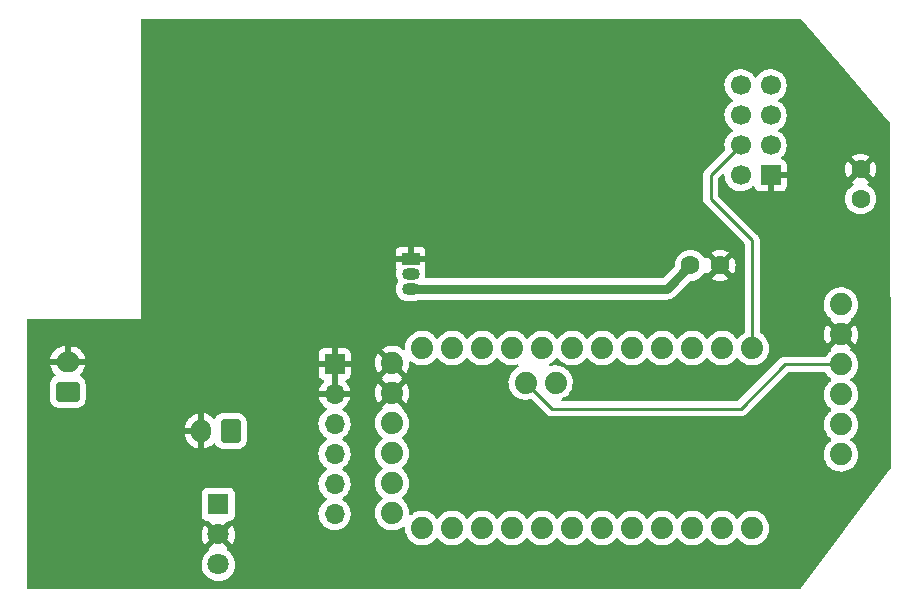
<source format=gbl>
G04 #@! TF.GenerationSoftware,KiCad,Pcbnew,(6.0.8-1)-1*
G04 #@! TF.CreationDate,2023-01-08T15:15:57+01:00*
G04 #@! TF.ProjectId,Xarxa_RF,58617278-615f-4524-962e-6b696361645f,rev?*
G04 #@! TF.SameCoordinates,Original*
G04 #@! TF.FileFunction,Copper,L2,Bot*
G04 #@! TF.FilePolarity,Positive*
%FSLAX46Y46*%
G04 Gerber Fmt 4.6, Leading zero omitted, Abs format (unit mm)*
G04 Created by KiCad (PCBNEW (6.0.8-1)-1) date 2023-01-08 15:15:57*
%MOMM*%
%LPD*%
G01*
G04 APERTURE LIST*
G04 Aperture macros list*
%AMRoundRect*
0 Rectangle with rounded corners*
0 $1 Rounding radius*
0 $2 $3 $4 $5 $6 $7 $8 $9 X,Y pos of 4 corners*
0 Add a 4 corners polygon primitive as box body*
4,1,4,$2,$3,$4,$5,$6,$7,$8,$9,$2,$3,0*
0 Add four circle primitives for the rounded corners*
1,1,$1+$1,$2,$3*
1,1,$1+$1,$4,$5*
1,1,$1+$1,$6,$7*
1,1,$1+$1,$8,$9*
0 Add four rect primitives between the rounded corners*
20,1,$1+$1,$2,$3,$4,$5,0*
20,1,$1+$1,$4,$5,$6,$7,0*
20,1,$1+$1,$6,$7,$8,$9,0*
20,1,$1+$1,$8,$9,$2,$3,0*%
G04 Aperture macros list end*
G04 #@! TA.AperFunction,ComponentPad*
%ADD10C,1.879600*%
G04 #@! TD*
G04 #@! TA.AperFunction,ComponentPad*
%ADD11C,1.880000*%
G04 #@! TD*
G04 #@! TA.AperFunction,ComponentPad*
%ADD12RoundRect,0.250000X0.750000X-0.600000X0.750000X0.600000X-0.750000X0.600000X-0.750000X-0.600000X0*%
G04 #@! TD*
G04 #@! TA.AperFunction,ComponentPad*
%ADD13O,2.000000X1.700000*%
G04 #@! TD*
G04 #@! TA.AperFunction,ComponentPad*
%ADD14R,1.500000X1.050000*%
G04 #@! TD*
G04 #@! TA.AperFunction,ComponentPad*
%ADD15O,1.500000X1.050000*%
G04 #@! TD*
G04 #@! TA.AperFunction,ComponentPad*
%ADD16RoundRect,0.250000X0.600000X0.750000X-0.600000X0.750000X-0.600000X-0.750000X0.600000X-0.750000X0*%
G04 #@! TD*
G04 #@! TA.AperFunction,ComponentPad*
%ADD17O,1.700000X2.000000*%
G04 #@! TD*
G04 #@! TA.AperFunction,ComponentPad*
%ADD18R,1.700000X1.700000*%
G04 #@! TD*
G04 #@! TA.AperFunction,ComponentPad*
%ADD19O,1.700000X1.700000*%
G04 #@! TD*
G04 #@! TA.AperFunction,ComponentPad*
%ADD20C,1.600000*%
G04 #@! TD*
G04 #@! TA.AperFunction,ComponentPad*
%ADD21R,1.800000X1.800000*%
G04 #@! TD*
G04 #@! TA.AperFunction,ComponentPad*
%ADD22C,1.800000*%
G04 #@! TD*
G04 #@! TA.AperFunction,ComponentPad*
%ADD23C,1.700000*%
G04 #@! TD*
G04 #@! TA.AperFunction,Conductor*
%ADD24C,0.250000*%
G04 #@! TD*
G04 #@! TA.AperFunction,Conductor*
%ADD25C,0.800000*%
G04 #@! TD*
G04 APERTURE END LIST*
D10*
X191478383Y-79949254D03*
X191478383Y-77409254D03*
X191478383Y-74869254D03*
X201638383Y-65979254D03*
X191478383Y-69789254D03*
X191478383Y-67249254D03*
X205321383Y-68900254D03*
X202781383Y-68900254D03*
X194018383Y-65979254D03*
X196558383Y-65979254D03*
X199098383Y-65979254D03*
X191478383Y-72329254D03*
X204178383Y-65979254D03*
X206718383Y-65979254D03*
X209258383Y-65979254D03*
X211798383Y-65979254D03*
X214338383Y-65979254D03*
X216878383Y-65979254D03*
X219418383Y-65979254D03*
X221958383Y-65979254D03*
X221958383Y-81219254D03*
X219418383Y-81219254D03*
X216878383Y-81219254D03*
X214338383Y-81219254D03*
X211798383Y-81219254D03*
X209258383Y-81219254D03*
X206718383Y-81219254D03*
X204178383Y-81219254D03*
X201638383Y-81219254D03*
X199098383Y-81219254D03*
X196558383Y-81219254D03*
X194018383Y-81219254D03*
D11*
X229473563Y-62284871D03*
X229473563Y-64824871D03*
X229473563Y-67364871D03*
X229473563Y-69904871D03*
X229473563Y-72444871D03*
X229473563Y-74984871D03*
D12*
X164017585Y-69665143D03*
D13*
X164017585Y-67165143D03*
D14*
X193040000Y-58420000D03*
D15*
X193040000Y-59690000D03*
X193040000Y-60960000D03*
D16*
X177800000Y-72998615D03*
D17*
X175300000Y-72998615D03*
D18*
X186604613Y-67322340D03*
D19*
X186604613Y-69862340D03*
X186604613Y-72402340D03*
X186604613Y-74942340D03*
X186604613Y-77482340D03*
X186604613Y-80022340D03*
D20*
X216740956Y-58973650D03*
X219240956Y-58973650D03*
X231140000Y-53340000D03*
X231140000Y-50840000D03*
D21*
X176759537Y-79218612D03*
D22*
X176759537Y-84298612D03*
X176759537Y-81758612D03*
D18*
X223520000Y-51345000D03*
D23*
X220980000Y-51345000D03*
X223520000Y-48805000D03*
X220980000Y-48805000D03*
X223520000Y-46265000D03*
X220980000Y-46265000D03*
X223520000Y-43725000D03*
X220980000Y-43725000D03*
D24*
X221958383Y-65979254D02*
X221958383Y-56858383D01*
X218440000Y-53340000D02*
X218440000Y-51345000D01*
X218440000Y-51345000D02*
X220980000Y-48805000D01*
X221958383Y-56858383D02*
X218440000Y-53340000D01*
X229473563Y-67364871D02*
X224735129Y-67364871D01*
X224735129Y-67364871D02*
X220980000Y-71120000D01*
X220980000Y-71120000D02*
X205001129Y-71120000D01*
X205001129Y-71120000D02*
X202781383Y-68900254D01*
D25*
X216740956Y-58973650D02*
X214754606Y-60960000D01*
X214754606Y-60960000D02*
X193040000Y-60960000D01*
G04 #@! TA.AperFunction,Conductor*
G36*
X226070267Y-38120002D02*
G01*
X226097707Y-38143878D01*
X229816054Y-42470747D01*
X233052502Y-46236851D01*
X233620863Y-46898227D01*
X233650092Y-46962928D01*
X233651302Y-46980222D01*
X233679955Y-76153454D01*
X233679959Y-76157931D01*
X233660024Y-76226072D01*
X233654759Y-76233655D01*
X226097800Y-86309600D01*
X226040926Y-86352095D01*
X225997000Y-86360000D01*
X160654500Y-86360000D01*
X160586379Y-86339998D01*
X160539886Y-86286342D01*
X160528500Y-86234000D01*
X160528500Y-84264081D01*
X175346632Y-84264081D01*
X175346929Y-84269234D01*
X175346929Y-84269237D01*
X175352604Y-84367653D01*
X175359964Y-84495309D01*
X175361101Y-84500355D01*
X175361102Y-84500361D01*
X175393278Y-84643135D01*
X175410883Y-84721254D01*
X175412825Y-84726036D01*
X175412826Y-84726040D01*
X175496077Y-84931062D01*
X175498021Y-84935849D01*
X175619038Y-85133331D01*
X175770684Y-85308396D01*
X175948886Y-85456342D01*
X176148859Y-85573196D01*
X176365231Y-85655821D01*
X176370297Y-85656852D01*
X176370298Y-85656852D01*
X176423383Y-85667652D01*
X176592193Y-85701997D01*
X176722861Y-85706788D01*
X176818486Y-85710295D01*
X176818490Y-85710295D01*
X176823650Y-85710484D01*
X176828770Y-85709828D01*
X176828772Y-85709828D01*
X176901807Y-85700472D01*
X177053384Y-85681054D01*
X177058332Y-85679569D01*
X177058339Y-85679568D01*
X177270284Y-85615981D01*
X177275227Y-85614498D01*
X177355773Y-85575039D01*
X177478586Y-85514874D01*
X177478589Y-85514872D01*
X177483221Y-85512603D01*
X177671780Y-85378106D01*
X177835840Y-85214617D01*
X177970995Y-85026529D01*
X178018178Y-84931062D01*
X178071321Y-84823534D01*
X178071322Y-84823532D01*
X178073615Y-84818892D01*
X178140945Y-84597283D01*
X178171177Y-84367653D01*
X178172864Y-84298612D01*
X178166569Y-84222046D01*
X178154310Y-84072930D01*
X178154309Y-84072924D01*
X178153886Y-84067779D01*
X178097462Y-83843145D01*
X178095403Y-83838409D01*
X178007167Y-83635480D01*
X178007165Y-83635477D01*
X178005107Y-83630743D01*
X177879301Y-83436277D01*
X177723424Y-83264970D01*
X177719373Y-83261771D01*
X177719369Y-83261767D01*
X177546206Y-83125012D01*
X177505143Y-83067095D01*
X177501911Y-82996172D01*
X177537536Y-82934760D01*
X177543024Y-82930235D01*
X177553034Y-82917486D01*
X177546047Y-82904333D01*
X176772348Y-82130633D01*
X176758405Y-82123020D01*
X176756571Y-82123151D01*
X176749957Y-82127402D01*
X175969717Y-82907643D01*
X175962960Y-82920018D01*
X175982267Y-82945809D01*
X175981577Y-82946325D01*
X176006164Y-82972349D01*
X176019280Y-83042123D01*
X175992592Y-83107912D01*
X175969560Y-83130331D01*
X175821192Y-83241729D01*
X175661176Y-83409176D01*
X175658262Y-83413448D01*
X175658261Y-83413449D01*
X175642689Y-83436277D01*
X175530656Y-83600511D01*
X175433139Y-83810593D01*
X175371244Y-84033781D01*
X175346632Y-84264081D01*
X160528500Y-84264081D01*
X160528500Y-81729250D01*
X175347430Y-81729250D01*
X175360164Y-81950080D01*
X175361598Y-81960282D01*
X175410222Y-82176051D01*
X175413310Y-82185904D01*
X175496523Y-82390832D01*
X175501171Y-82400033D01*
X175589634Y-82544393D01*
X175600090Y-82553854D01*
X175608868Y-82550070D01*
X176387516Y-81771423D01*
X176393893Y-81759744D01*
X177123945Y-81759744D01*
X177124076Y-81761578D01*
X177128327Y-81768192D01*
X177905844Y-82545708D01*
X177917850Y-82552264D01*
X177929589Y-82543296D01*
X177967547Y-82490471D01*
X177972858Y-82481632D01*
X178070855Y-82283349D01*
X178074654Y-82273754D01*
X178138952Y-82062129D01*
X178141131Y-82052048D01*
X178170239Y-81830950D01*
X178170758Y-81824275D01*
X178172281Y-81761976D01*
X178172087Y-81755258D01*
X178153816Y-81533012D01*
X178152133Y-81522850D01*
X178098247Y-81308320D01*
X178094926Y-81298565D01*
X178006730Y-81095730D01*
X178001852Y-81086632D01*
X177928761Y-80973650D01*
X177918075Y-80964447D01*
X177908510Y-80968850D01*
X177131558Y-81745801D01*
X177123945Y-81759744D01*
X176393893Y-81759744D01*
X176395129Y-81757480D01*
X176394998Y-81755646D01*
X176390747Y-81749032D01*
X175613399Y-80971685D01*
X175601867Y-80965388D01*
X175589585Y-80975011D01*
X175534004Y-81056489D01*
X175528916Y-81065445D01*
X175435789Y-81266071D01*
X175432226Y-81275758D01*
X175373118Y-81488892D01*
X175371187Y-81499012D01*
X175347682Y-81718961D01*
X175347430Y-81729250D01*
X160528500Y-81729250D01*
X160528500Y-80166746D01*
X175351037Y-80166746D01*
X175357792Y-80228928D01*
X175408922Y-80365317D01*
X175496276Y-80481873D01*
X175612832Y-80569227D01*
X175749221Y-80620357D01*
X175811403Y-80627112D01*
X175935057Y-80627112D01*
X176003178Y-80647114D01*
X176024153Y-80664017D01*
X176746726Y-81386591D01*
X176760669Y-81394204D01*
X176762503Y-81394073D01*
X176769117Y-81389822D01*
X177494921Y-80664017D01*
X177557234Y-80629992D01*
X177584017Y-80627112D01*
X177707671Y-80627112D01*
X177769853Y-80620357D01*
X177906242Y-80569227D01*
X178022798Y-80481873D01*
X178110152Y-80365317D01*
X178161282Y-80228928D01*
X178168037Y-80166746D01*
X178168037Y-79989035D01*
X185241864Y-79989035D01*
X185242161Y-79994188D01*
X185242161Y-79994191D01*
X185252306Y-80170143D01*
X185254723Y-80212055D01*
X185255860Y-80217101D01*
X185255861Y-80217107D01*
X185274756Y-80300948D01*
X185303835Y-80429979D01*
X185347393Y-80537250D01*
X185380013Y-80617583D01*
X185387879Y-80636956D01*
X185390578Y-80641360D01*
X185494817Y-80811463D01*
X185504600Y-80827428D01*
X185650863Y-80996278D01*
X185822739Y-81138972D01*
X186015613Y-81251678D01*
X186020438Y-81253520D01*
X186020439Y-81253521D01*
X186037026Y-81259855D01*
X186224305Y-81331370D01*
X186229373Y-81332401D01*
X186229376Y-81332402D01*
X186295451Y-81345845D01*
X186443210Y-81375907D01*
X186448385Y-81376097D01*
X186448387Y-81376097D01*
X186661286Y-81383904D01*
X186661290Y-81383904D01*
X186666450Y-81384093D01*
X186671570Y-81383437D01*
X186671572Y-81383437D01*
X186882901Y-81356365D01*
X186882902Y-81356365D01*
X186888029Y-81355708D01*
X186920904Y-81345845D01*
X187097042Y-81293001D01*
X187097047Y-81292999D01*
X187101997Y-81291514D01*
X187302607Y-81193236D01*
X187484473Y-81063513D01*
X187642709Y-80905829D01*
X187702207Y-80823029D01*
X187770048Y-80728617D01*
X187773066Y-80724417D01*
X187802918Y-80664017D01*
X187869749Y-80528793D01*
X187869750Y-80528791D01*
X187872043Y-80524151D01*
X187922948Y-80356603D01*
X187935478Y-80315363D01*
X187935478Y-80315361D01*
X187936983Y-80310409D01*
X187966142Y-80088930D01*
X187967769Y-80022340D01*
X187958841Y-79913748D01*
X190025553Y-79913748D01*
X190025850Y-79918900D01*
X190025850Y-79918904D01*
X190034735Y-80073002D01*
X190039262Y-80151509D01*
X190040399Y-80156555D01*
X190040400Y-80156561D01*
X190062892Y-80256365D01*
X190091620Y-80383839D01*
X190093562Y-80388621D01*
X190093563Y-80388625D01*
X190164711Y-80563841D01*
X190181220Y-80604498D01*
X190305657Y-80807560D01*
X190461587Y-80987571D01*
X190644825Y-81139698D01*
X190649277Y-81142300D01*
X190649282Y-81142303D01*
X190831993Y-81249071D01*
X190850448Y-81259855D01*
X191072935Y-81344814D01*
X191078001Y-81345845D01*
X191078002Y-81345845D01*
X191126481Y-81355708D01*
X191306311Y-81392295D01*
X191440504Y-81397216D01*
X191539143Y-81400833D01*
X191539147Y-81400833D01*
X191544307Y-81401022D01*
X191549427Y-81400366D01*
X191549429Y-81400366D01*
X191775406Y-81371418D01*
X191775407Y-81371418D01*
X191780534Y-81370761D01*
X191863583Y-81345845D01*
X192003699Y-81303808D01*
X192003700Y-81303807D01*
X192008645Y-81302324D01*
X192222516Y-81197549D01*
X192366948Y-81094527D01*
X192434019Y-81071255D01*
X192503027Y-81087938D01*
X192552061Y-81139282D01*
X192565905Y-81189854D01*
X192572736Y-81308320D01*
X192579262Y-81421509D01*
X192580399Y-81426555D01*
X192580400Y-81426561D01*
X192604390Y-81533012D01*
X192631620Y-81653839D01*
X192633562Y-81658621D01*
X192633563Y-81658625D01*
X192703537Y-81830950D01*
X192721220Y-81874498D01*
X192845657Y-82077560D01*
X193001587Y-82257571D01*
X193184825Y-82409698D01*
X193189277Y-82412300D01*
X193189282Y-82412303D01*
X193385990Y-82527250D01*
X193390448Y-82529855D01*
X193612935Y-82614814D01*
X193618001Y-82615845D01*
X193618002Y-82615845D01*
X193672339Y-82626900D01*
X193846311Y-82662295D01*
X193980504Y-82667216D01*
X194079143Y-82670833D01*
X194079147Y-82670833D01*
X194084307Y-82671022D01*
X194089427Y-82670366D01*
X194089429Y-82670366D01*
X194315406Y-82641418D01*
X194315407Y-82641418D01*
X194320534Y-82640761D01*
X194403583Y-82615845D01*
X194543699Y-82573808D01*
X194543700Y-82573807D01*
X194548645Y-82572324D01*
X194762516Y-82467549D01*
X194766719Y-82464551D01*
X194766724Y-82464548D01*
X194952199Y-82332250D01*
X194952201Y-82332248D01*
X194956403Y-82329251D01*
X195125099Y-82161143D01*
X195183362Y-82080061D01*
X195239355Y-82036414D01*
X195310059Y-82029968D01*
X195373023Y-82062770D01*
X195384965Y-82076430D01*
X195385657Y-82077560D01*
X195541587Y-82257571D01*
X195724825Y-82409698D01*
X195729277Y-82412300D01*
X195729282Y-82412303D01*
X195925990Y-82527250D01*
X195930448Y-82529855D01*
X196152935Y-82614814D01*
X196158001Y-82615845D01*
X196158002Y-82615845D01*
X196212339Y-82626900D01*
X196386311Y-82662295D01*
X196520504Y-82667216D01*
X196619143Y-82670833D01*
X196619147Y-82670833D01*
X196624307Y-82671022D01*
X196629427Y-82670366D01*
X196629429Y-82670366D01*
X196855406Y-82641418D01*
X196855407Y-82641418D01*
X196860534Y-82640761D01*
X196943583Y-82615845D01*
X197083699Y-82573808D01*
X197083700Y-82573807D01*
X197088645Y-82572324D01*
X197302516Y-82467549D01*
X197306719Y-82464551D01*
X197306724Y-82464548D01*
X197492199Y-82332250D01*
X197492201Y-82332248D01*
X197496403Y-82329251D01*
X197665099Y-82161143D01*
X197723362Y-82080061D01*
X197779355Y-82036414D01*
X197850059Y-82029968D01*
X197913023Y-82062770D01*
X197924965Y-82076430D01*
X197925657Y-82077560D01*
X198081587Y-82257571D01*
X198264825Y-82409698D01*
X198269277Y-82412300D01*
X198269282Y-82412303D01*
X198465990Y-82527250D01*
X198470448Y-82529855D01*
X198692935Y-82614814D01*
X198698001Y-82615845D01*
X198698002Y-82615845D01*
X198752339Y-82626900D01*
X198926311Y-82662295D01*
X199060504Y-82667216D01*
X199159143Y-82670833D01*
X199159147Y-82670833D01*
X199164307Y-82671022D01*
X199169427Y-82670366D01*
X199169429Y-82670366D01*
X199395406Y-82641418D01*
X199395407Y-82641418D01*
X199400534Y-82640761D01*
X199483583Y-82615845D01*
X199623699Y-82573808D01*
X199623700Y-82573807D01*
X199628645Y-82572324D01*
X199842516Y-82467549D01*
X199846719Y-82464551D01*
X199846724Y-82464548D01*
X200032199Y-82332250D01*
X200032201Y-82332248D01*
X200036403Y-82329251D01*
X200205099Y-82161143D01*
X200263362Y-82080061D01*
X200319355Y-82036414D01*
X200390059Y-82029968D01*
X200453023Y-82062770D01*
X200464965Y-82076430D01*
X200465657Y-82077560D01*
X200621587Y-82257571D01*
X200804825Y-82409698D01*
X200809277Y-82412300D01*
X200809282Y-82412303D01*
X201005990Y-82527250D01*
X201010448Y-82529855D01*
X201232935Y-82614814D01*
X201238001Y-82615845D01*
X201238002Y-82615845D01*
X201292339Y-82626900D01*
X201466311Y-82662295D01*
X201600504Y-82667216D01*
X201699143Y-82670833D01*
X201699147Y-82670833D01*
X201704307Y-82671022D01*
X201709427Y-82670366D01*
X201709429Y-82670366D01*
X201935406Y-82641418D01*
X201935407Y-82641418D01*
X201940534Y-82640761D01*
X202023583Y-82615845D01*
X202163699Y-82573808D01*
X202163700Y-82573807D01*
X202168645Y-82572324D01*
X202382516Y-82467549D01*
X202386719Y-82464551D01*
X202386724Y-82464548D01*
X202572199Y-82332250D01*
X202572201Y-82332248D01*
X202576403Y-82329251D01*
X202745099Y-82161143D01*
X202803362Y-82080061D01*
X202859355Y-82036414D01*
X202930059Y-82029968D01*
X202993023Y-82062770D01*
X203004965Y-82076430D01*
X203005657Y-82077560D01*
X203161587Y-82257571D01*
X203344825Y-82409698D01*
X203349277Y-82412300D01*
X203349282Y-82412303D01*
X203545990Y-82527250D01*
X203550448Y-82529855D01*
X203772935Y-82614814D01*
X203778001Y-82615845D01*
X203778002Y-82615845D01*
X203832339Y-82626900D01*
X204006311Y-82662295D01*
X204140504Y-82667216D01*
X204239143Y-82670833D01*
X204239147Y-82670833D01*
X204244307Y-82671022D01*
X204249427Y-82670366D01*
X204249429Y-82670366D01*
X204475406Y-82641418D01*
X204475407Y-82641418D01*
X204480534Y-82640761D01*
X204563583Y-82615845D01*
X204703699Y-82573808D01*
X204703700Y-82573807D01*
X204708645Y-82572324D01*
X204922516Y-82467549D01*
X204926719Y-82464551D01*
X204926724Y-82464548D01*
X205112199Y-82332250D01*
X205112201Y-82332248D01*
X205116403Y-82329251D01*
X205285099Y-82161143D01*
X205343362Y-82080061D01*
X205399355Y-82036414D01*
X205470059Y-82029968D01*
X205533023Y-82062770D01*
X205544965Y-82076430D01*
X205545657Y-82077560D01*
X205701587Y-82257571D01*
X205884825Y-82409698D01*
X205889277Y-82412300D01*
X205889282Y-82412303D01*
X206085990Y-82527250D01*
X206090448Y-82529855D01*
X206312935Y-82614814D01*
X206318001Y-82615845D01*
X206318002Y-82615845D01*
X206372339Y-82626900D01*
X206546311Y-82662295D01*
X206680504Y-82667216D01*
X206779143Y-82670833D01*
X206779147Y-82670833D01*
X206784307Y-82671022D01*
X206789427Y-82670366D01*
X206789429Y-82670366D01*
X207015406Y-82641418D01*
X207015407Y-82641418D01*
X207020534Y-82640761D01*
X207103583Y-82615845D01*
X207243699Y-82573808D01*
X207243700Y-82573807D01*
X207248645Y-82572324D01*
X207462516Y-82467549D01*
X207466719Y-82464551D01*
X207466724Y-82464548D01*
X207652199Y-82332250D01*
X207652201Y-82332248D01*
X207656403Y-82329251D01*
X207825099Y-82161143D01*
X207883362Y-82080061D01*
X207939355Y-82036414D01*
X208010059Y-82029968D01*
X208073023Y-82062770D01*
X208084965Y-82076430D01*
X208085657Y-82077560D01*
X208241587Y-82257571D01*
X208424825Y-82409698D01*
X208429277Y-82412300D01*
X208429282Y-82412303D01*
X208625990Y-82527250D01*
X208630448Y-82529855D01*
X208852935Y-82614814D01*
X208858001Y-82615845D01*
X208858002Y-82615845D01*
X208912339Y-82626900D01*
X209086311Y-82662295D01*
X209220504Y-82667216D01*
X209319143Y-82670833D01*
X209319147Y-82670833D01*
X209324307Y-82671022D01*
X209329427Y-82670366D01*
X209329429Y-82670366D01*
X209555406Y-82641418D01*
X209555407Y-82641418D01*
X209560534Y-82640761D01*
X209643583Y-82615845D01*
X209783699Y-82573808D01*
X209783700Y-82573807D01*
X209788645Y-82572324D01*
X210002516Y-82467549D01*
X210006719Y-82464551D01*
X210006724Y-82464548D01*
X210192199Y-82332250D01*
X210192201Y-82332248D01*
X210196403Y-82329251D01*
X210365099Y-82161143D01*
X210423362Y-82080061D01*
X210479355Y-82036414D01*
X210550059Y-82029968D01*
X210613023Y-82062770D01*
X210624965Y-82076430D01*
X210625657Y-82077560D01*
X210781587Y-82257571D01*
X210964825Y-82409698D01*
X210969277Y-82412300D01*
X210969282Y-82412303D01*
X211165990Y-82527250D01*
X211170448Y-82529855D01*
X211392935Y-82614814D01*
X211398001Y-82615845D01*
X211398002Y-82615845D01*
X211452339Y-82626900D01*
X211626311Y-82662295D01*
X211760504Y-82667216D01*
X211859143Y-82670833D01*
X211859147Y-82670833D01*
X211864307Y-82671022D01*
X211869427Y-82670366D01*
X211869429Y-82670366D01*
X212095406Y-82641418D01*
X212095407Y-82641418D01*
X212100534Y-82640761D01*
X212183583Y-82615845D01*
X212323699Y-82573808D01*
X212323700Y-82573807D01*
X212328645Y-82572324D01*
X212542516Y-82467549D01*
X212546719Y-82464551D01*
X212546724Y-82464548D01*
X212732199Y-82332250D01*
X212732201Y-82332248D01*
X212736403Y-82329251D01*
X212905099Y-82161143D01*
X212963362Y-82080061D01*
X213019355Y-82036414D01*
X213090059Y-82029968D01*
X213153023Y-82062770D01*
X213164965Y-82076430D01*
X213165657Y-82077560D01*
X213321587Y-82257571D01*
X213504825Y-82409698D01*
X213509277Y-82412300D01*
X213509282Y-82412303D01*
X213705990Y-82527250D01*
X213710448Y-82529855D01*
X213932935Y-82614814D01*
X213938001Y-82615845D01*
X213938002Y-82615845D01*
X213992339Y-82626900D01*
X214166311Y-82662295D01*
X214300504Y-82667216D01*
X214399143Y-82670833D01*
X214399147Y-82670833D01*
X214404307Y-82671022D01*
X214409427Y-82670366D01*
X214409429Y-82670366D01*
X214635406Y-82641418D01*
X214635407Y-82641418D01*
X214640534Y-82640761D01*
X214723583Y-82615845D01*
X214863699Y-82573808D01*
X214863700Y-82573807D01*
X214868645Y-82572324D01*
X215082516Y-82467549D01*
X215086719Y-82464551D01*
X215086724Y-82464548D01*
X215272199Y-82332250D01*
X215272201Y-82332248D01*
X215276403Y-82329251D01*
X215445099Y-82161143D01*
X215503362Y-82080061D01*
X215559355Y-82036414D01*
X215630059Y-82029968D01*
X215693023Y-82062770D01*
X215704965Y-82076430D01*
X215705657Y-82077560D01*
X215861587Y-82257571D01*
X216044825Y-82409698D01*
X216049277Y-82412300D01*
X216049282Y-82412303D01*
X216245990Y-82527250D01*
X216250448Y-82529855D01*
X216472935Y-82614814D01*
X216478001Y-82615845D01*
X216478002Y-82615845D01*
X216532339Y-82626900D01*
X216706311Y-82662295D01*
X216840504Y-82667216D01*
X216939143Y-82670833D01*
X216939147Y-82670833D01*
X216944307Y-82671022D01*
X216949427Y-82670366D01*
X216949429Y-82670366D01*
X217175406Y-82641418D01*
X217175407Y-82641418D01*
X217180534Y-82640761D01*
X217263583Y-82615845D01*
X217403699Y-82573808D01*
X217403700Y-82573807D01*
X217408645Y-82572324D01*
X217622516Y-82467549D01*
X217626719Y-82464551D01*
X217626724Y-82464548D01*
X217812199Y-82332250D01*
X217812201Y-82332248D01*
X217816403Y-82329251D01*
X217985099Y-82161143D01*
X218043362Y-82080061D01*
X218099355Y-82036414D01*
X218170059Y-82029968D01*
X218233023Y-82062770D01*
X218244965Y-82076430D01*
X218245657Y-82077560D01*
X218401587Y-82257571D01*
X218584825Y-82409698D01*
X218589277Y-82412300D01*
X218589282Y-82412303D01*
X218785990Y-82527250D01*
X218790448Y-82529855D01*
X219012935Y-82614814D01*
X219018001Y-82615845D01*
X219018002Y-82615845D01*
X219072339Y-82626900D01*
X219246311Y-82662295D01*
X219380504Y-82667216D01*
X219479143Y-82670833D01*
X219479147Y-82670833D01*
X219484307Y-82671022D01*
X219489427Y-82670366D01*
X219489429Y-82670366D01*
X219715406Y-82641418D01*
X219715407Y-82641418D01*
X219720534Y-82640761D01*
X219803583Y-82615845D01*
X219943699Y-82573808D01*
X219943700Y-82573807D01*
X219948645Y-82572324D01*
X220162516Y-82467549D01*
X220166719Y-82464551D01*
X220166724Y-82464548D01*
X220352199Y-82332250D01*
X220352201Y-82332248D01*
X220356403Y-82329251D01*
X220525099Y-82161143D01*
X220583362Y-82080061D01*
X220639355Y-82036414D01*
X220710059Y-82029968D01*
X220773023Y-82062770D01*
X220784965Y-82076430D01*
X220785657Y-82077560D01*
X220941587Y-82257571D01*
X221124825Y-82409698D01*
X221129277Y-82412300D01*
X221129282Y-82412303D01*
X221325990Y-82527250D01*
X221330448Y-82529855D01*
X221552935Y-82614814D01*
X221558001Y-82615845D01*
X221558002Y-82615845D01*
X221612339Y-82626900D01*
X221786311Y-82662295D01*
X221920504Y-82667216D01*
X222019143Y-82670833D01*
X222019147Y-82670833D01*
X222024307Y-82671022D01*
X222029427Y-82670366D01*
X222029429Y-82670366D01*
X222255406Y-82641418D01*
X222255407Y-82641418D01*
X222260534Y-82640761D01*
X222343583Y-82615845D01*
X222483699Y-82573808D01*
X222483700Y-82573807D01*
X222488645Y-82572324D01*
X222702516Y-82467549D01*
X222706719Y-82464551D01*
X222706724Y-82464548D01*
X222892199Y-82332250D01*
X222892201Y-82332248D01*
X222896403Y-82329251D01*
X223065099Y-82161143D01*
X223204073Y-81967740D01*
X223250157Y-81874498D01*
X223307300Y-81758878D01*
X223307301Y-81758876D01*
X223309594Y-81754236D01*
X223378826Y-81526365D01*
X223382427Y-81499012D01*
X223409475Y-81293567D01*
X223409475Y-81293563D01*
X223409912Y-81290246D01*
X223410655Y-81259855D01*
X223411565Y-81222619D01*
X223411565Y-81222615D01*
X223411647Y-81219254D01*
X223392133Y-80981898D01*
X223334114Y-80750917D01*
X223239150Y-80532513D01*
X223233741Y-80524151D01*
X223159748Y-80409776D01*
X223109789Y-80332552D01*
X223089641Y-80310409D01*
X223022231Y-80236327D01*
X222949507Y-80156404D01*
X222945456Y-80153205D01*
X222945452Y-80153201D01*
X222766661Y-80012001D01*
X222766656Y-80011998D01*
X222762607Y-80008800D01*
X222758091Y-80006307D01*
X222758088Y-80006305D01*
X222558633Y-79896200D01*
X222558629Y-79896198D01*
X222554109Y-79893703D01*
X222549240Y-79891979D01*
X222549236Y-79891977D01*
X222334488Y-79815930D01*
X222334484Y-79815929D01*
X222329613Y-79814204D01*
X222324523Y-79813297D01*
X222324518Y-79813296D01*
X222197197Y-79790618D01*
X222095147Y-79772440D01*
X222006020Y-79771351D01*
X221862178Y-79769593D01*
X221862176Y-79769593D01*
X221857008Y-79769530D01*
X221621592Y-79805554D01*
X221395221Y-79879543D01*
X221390629Y-79881933D01*
X221390630Y-79881933D01*
X221194750Y-79983902D01*
X221183973Y-79989512D01*
X221179840Y-79992615D01*
X221179837Y-79992617D01*
X221039603Y-80097908D01*
X220993523Y-80132506D01*
X220828985Y-80304685D01*
X220807012Y-80336896D01*
X220793569Y-80356603D01*
X220738657Y-80401605D01*
X220668132Y-80409776D01*
X220604385Y-80378521D01*
X220583689Y-80354038D01*
X220572600Y-80336896D01*
X220572595Y-80336890D01*
X220569789Y-80332552D01*
X220549641Y-80310409D01*
X220482231Y-80236327D01*
X220409507Y-80156404D01*
X220405456Y-80153205D01*
X220405452Y-80153201D01*
X220226661Y-80012001D01*
X220226656Y-80011998D01*
X220222607Y-80008800D01*
X220218091Y-80006307D01*
X220218088Y-80006305D01*
X220018633Y-79896200D01*
X220018629Y-79896198D01*
X220014109Y-79893703D01*
X220009240Y-79891979D01*
X220009236Y-79891977D01*
X219794488Y-79815930D01*
X219794484Y-79815929D01*
X219789613Y-79814204D01*
X219784523Y-79813297D01*
X219784518Y-79813296D01*
X219657197Y-79790618D01*
X219555147Y-79772440D01*
X219466020Y-79771351D01*
X219322178Y-79769593D01*
X219322176Y-79769593D01*
X219317008Y-79769530D01*
X219081592Y-79805554D01*
X218855221Y-79879543D01*
X218850629Y-79881933D01*
X218850630Y-79881933D01*
X218654750Y-79983902D01*
X218643973Y-79989512D01*
X218639840Y-79992615D01*
X218639837Y-79992617D01*
X218499603Y-80097908D01*
X218453523Y-80132506D01*
X218288985Y-80304685D01*
X218267012Y-80336896D01*
X218253569Y-80356603D01*
X218198657Y-80401605D01*
X218128132Y-80409776D01*
X218064385Y-80378521D01*
X218043689Y-80354038D01*
X218032600Y-80336896D01*
X218032595Y-80336890D01*
X218029789Y-80332552D01*
X218009641Y-80310409D01*
X217942231Y-80236327D01*
X217869507Y-80156404D01*
X217865456Y-80153205D01*
X217865452Y-80153201D01*
X217686661Y-80012001D01*
X217686656Y-80011998D01*
X217682607Y-80008800D01*
X217678091Y-80006307D01*
X217678088Y-80006305D01*
X217478633Y-79896200D01*
X217478629Y-79896198D01*
X217474109Y-79893703D01*
X217469240Y-79891979D01*
X217469236Y-79891977D01*
X217254488Y-79815930D01*
X217254484Y-79815929D01*
X217249613Y-79814204D01*
X217244523Y-79813297D01*
X217244518Y-79813296D01*
X217117197Y-79790618D01*
X217015147Y-79772440D01*
X216926020Y-79771351D01*
X216782178Y-79769593D01*
X216782176Y-79769593D01*
X216777008Y-79769530D01*
X216541592Y-79805554D01*
X216315221Y-79879543D01*
X216310629Y-79881933D01*
X216310630Y-79881933D01*
X216114750Y-79983902D01*
X216103973Y-79989512D01*
X216099840Y-79992615D01*
X216099837Y-79992617D01*
X215959603Y-80097908D01*
X215913523Y-80132506D01*
X215748985Y-80304685D01*
X215727012Y-80336896D01*
X215713569Y-80356603D01*
X215658657Y-80401605D01*
X215588132Y-80409776D01*
X215524385Y-80378521D01*
X215503689Y-80354038D01*
X215492600Y-80336896D01*
X215492595Y-80336890D01*
X215489789Y-80332552D01*
X215469641Y-80310409D01*
X215402231Y-80236327D01*
X215329507Y-80156404D01*
X215325456Y-80153205D01*
X215325452Y-80153201D01*
X215146661Y-80012001D01*
X215146656Y-80011998D01*
X215142607Y-80008800D01*
X215138091Y-80006307D01*
X215138088Y-80006305D01*
X214938633Y-79896200D01*
X214938629Y-79896198D01*
X214934109Y-79893703D01*
X214929240Y-79891979D01*
X214929236Y-79891977D01*
X214714488Y-79815930D01*
X214714484Y-79815929D01*
X214709613Y-79814204D01*
X214704523Y-79813297D01*
X214704518Y-79813296D01*
X214577197Y-79790618D01*
X214475147Y-79772440D01*
X214386020Y-79771351D01*
X214242178Y-79769593D01*
X214242176Y-79769593D01*
X214237008Y-79769530D01*
X214001592Y-79805554D01*
X213775221Y-79879543D01*
X213770629Y-79881933D01*
X213770630Y-79881933D01*
X213574750Y-79983902D01*
X213563973Y-79989512D01*
X213559840Y-79992615D01*
X213559837Y-79992617D01*
X213419603Y-80097908D01*
X213373523Y-80132506D01*
X213208985Y-80304685D01*
X213187012Y-80336896D01*
X213173569Y-80356603D01*
X213118657Y-80401605D01*
X213048132Y-80409776D01*
X212984385Y-80378521D01*
X212963689Y-80354038D01*
X212952600Y-80336896D01*
X212952595Y-80336890D01*
X212949789Y-80332552D01*
X212929641Y-80310409D01*
X212862231Y-80236327D01*
X212789507Y-80156404D01*
X212785456Y-80153205D01*
X212785452Y-80153201D01*
X212606661Y-80012001D01*
X212606656Y-80011998D01*
X212602607Y-80008800D01*
X212598091Y-80006307D01*
X212598088Y-80006305D01*
X212398633Y-79896200D01*
X212398629Y-79896198D01*
X212394109Y-79893703D01*
X212389240Y-79891979D01*
X212389236Y-79891977D01*
X212174488Y-79815930D01*
X212174484Y-79815929D01*
X212169613Y-79814204D01*
X212164523Y-79813297D01*
X212164518Y-79813296D01*
X212037197Y-79790618D01*
X211935147Y-79772440D01*
X211846020Y-79771351D01*
X211702178Y-79769593D01*
X211702176Y-79769593D01*
X211697008Y-79769530D01*
X211461592Y-79805554D01*
X211235221Y-79879543D01*
X211230629Y-79881933D01*
X211230630Y-79881933D01*
X211034750Y-79983902D01*
X211023973Y-79989512D01*
X211019840Y-79992615D01*
X211019837Y-79992617D01*
X210879603Y-80097908D01*
X210833523Y-80132506D01*
X210668985Y-80304685D01*
X210647012Y-80336896D01*
X210633569Y-80356603D01*
X210578657Y-80401605D01*
X210508132Y-80409776D01*
X210444385Y-80378521D01*
X210423689Y-80354038D01*
X210412600Y-80336896D01*
X210412595Y-80336890D01*
X210409789Y-80332552D01*
X210389641Y-80310409D01*
X210322231Y-80236327D01*
X210249507Y-80156404D01*
X210245456Y-80153205D01*
X210245452Y-80153201D01*
X210066661Y-80012001D01*
X210066656Y-80011998D01*
X210062607Y-80008800D01*
X210058091Y-80006307D01*
X210058088Y-80006305D01*
X209858633Y-79896200D01*
X209858629Y-79896198D01*
X209854109Y-79893703D01*
X209849240Y-79891979D01*
X209849236Y-79891977D01*
X209634488Y-79815930D01*
X209634484Y-79815929D01*
X209629613Y-79814204D01*
X209624523Y-79813297D01*
X209624518Y-79813296D01*
X209497197Y-79790618D01*
X209395147Y-79772440D01*
X209306020Y-79771351D01*
X209162178Y-79769593D01*
X209162176Y-79769593D01*
X209157008Y-79769530D01*
X208921592Y-79805554D01*
X208695221Y-79879543D01*
X208690629Y-79881933D01*
X208690630Y-79881933D01*
X208494750Y-79983902D01*
X208483973Y-79989512D01*
X208479840Y-79992615D01*
X208479837Y-79992617D01*
X208339603Y-80097908D01*
X208293523Y-80132506D01*
X208128985Y-80304685D01*
X208107012Y-80336896D01*
X208093569Y-80356603D01*
X208038657Y-80401605D01*
X207968132Y-80409776D01*
X207904385Y-80378521D01*
X207883689Y-80354038D01*
X207872600Y-80336896D01*
X207872595Y-80336890D01*
X207869789Y-80332552D01*
X207849641Y-80310409D01*
X207782231Y-80236327D01*
X207709507Y-80156404D01*
X207705456Y-80153205D01*
X207705452Y-80153201D01*
X207526661Y-80012001D01*
X207526656Y-80011998D01*
X207522607Y-80008800D01*
X207518091Y-80006307D01*
X207518088Y-80006305D01*
X207318633Y-79896200D01*
X207318629Y-79896198D01*
X207314109Y-79893703D01*
X207309240Y-79891979D01*
X207309236Y-79891977D01*
X207094488Y-79815930D01*
X207094484Y-79815929D01*
X207089613Y-79814204D01*
X207084523Y-79813297D01*
X207084518Y-79813296D01*
X206957197Y-79790618D01*
X206855147Y-79772440D01*
X206766020Y-79771351D01*
X206622178Y-79769593D01*
X206622176Y-79769593D01*
X206617008Y-79769530D01*
X206381592Y-79805554D01*
X206155221Y-79879543D01*
X206150629Y-79881933D01*
X206150630Y-79881933D01*
X205954750Y-79983902D01*
X205943973Y-79989512D01*
X205939840Y-79992615D01*
X205939837Y-79992617D01*
X205799603Y-80097908D01*
X205753523Y-80132506D01*
X205588985Y-80304685D01*
X205567012Y-80336896D01*
X205553569Y-80356603D01*
X205498657Y-80401605D01*
X205428132Y-80409776D01*
X205364385Y-80378521D01*
X205343689Y-80354038D01*
X205332600Y-80336896D01*
X205332595Y-80336890D01*
X205329789Y-80332552D01*
X205309641Y-80310409D01*
X205242231Y-80236327D01*
X205169507Y-80156404D01*
X205165456Y-80153205D01*
X205165452Y-80153201D01*
X204986661Y-80012001D01*
X204986656Y-80011998D01*
X204982607Y-80008800D01*
X204978091Y-80006307D01*
X204978088Y-80006305D01*
X204778633Y-79896200D01*
X204778629Y-79896198D01*
X204774109Y-79893703D01*
X204769240Y-79891979D01*
X204769236Y-79891977D01*
X204554488Y-79815930D01*
X204554484Y-79815929D01*
X204549613Y-79814204D01*
X204544523Y-79813297D01*
X204544518Y-79813296D01*
X204417197Y-79790618D01*
X204315147Y-79772440D01*
X204226020Y-79771351D01*
X204082178Y-79769593D01*
X204082176Y-79769593D01*
X204077008Y-79769530D01*
X203841592Y-79805554D01*
X203615221Y-79879543D01*
X203610629Y-79881933D01*
X203610630Y-79881933D01*
X203414750Y-79983902D01*
X203403973Y-79989512D01*
X203399840Y-79992615D01*
X203399837Y-79992617D01*
X203259603Y-80097908D01*
X203213523Y-80132506D01*
X203048985Y-80304685D01*
X203027012Y-80336896D01*
X203013569Y-80356603D01*
X202958657Y-80401605D01*
X202888132Y-80409776D01*
X202824385Y-80378521D01*
X202803689Y-80354038D01*
X202792600Y-80336896D01*
X202792595Y-80336890D01*
X202789789Y-80332552D01*
X202769641Y-80310409D01*
X202702231Y-80236327D01*
X202629507Y-80156404D01*
X202625456Y-80153205D01*
X202625452Y-80153201D01*
X202446661Y-80012001D01*
X202446656Y-80011998D01*
X202442607Y-80008800D01*
X202438091Y-80006307D01*
X202438088Y-80006305D01*
X202238633Y-79896200D01*
X202238629Y-79896198D01*
X202234109Y-79893703D01*
X202229240Y-79891979D01*
X202229236Y-79891977D01*
X202014488Y-79815930D01*
X202014484Y-79815929D01*
X202009613Y-79814204D01*
X202004523Y-79813297D01*
X202004518Y-79813296D01*
X201877197Y-79790618D01*
X201775147Y-79772440D01*
X201686020Y-79771351D01*
X201542178Y-79769593D01*
X201542176Y-79769593D01*
X201537008Y-79769530D01*
X201301592Y-79805554D01*
X201075221Y-79879543D01*
X201070629Y-79881933D01*
X201070630Y-79881933D01*
X200874750Y-79983902D01*
X200863973Y-79989512D01*
X200859840Y-79992615D01*
X200859837Y-79992617D01*
X200719603Y-80097908D01*
X200673523Y-80132506D01*
X200508985Y-80304685D01*
X200487012Y-80336896D01*
X200473569Y-80356603D01*
X200418657Y-80401605D01*
X200348132Y-80409776D01*
X200284385Y-80378521D01*
X200263689Y-80354038D01*
X200252600Y-80336896D01*
X200252595Y-80336890D01*
X200249789Y-80332552D01*
X200229641Y-80310409D01*
X200162231Y-80236327D01*
X200089507Y-80156404D01*
X200085456Y-80153205D01*
X200085452Y-80153201D01*
X199906661Y-80012001D01*
X199906656Y-80011998D01*
X199902607Y-80008800D01*
X199898091Y-80006307D01*
X199898088Y-80006305D01*
X199698633Y-79896200D01*
X199698629Y-79896198D01*
X199694109Y-79893703D01*
X199689240Y-79891979D01*
X199689236Y-79891977D01*
X199474488Y-79815930D01*
X199474484Y-79815929D01*
X199469613Y-79814204D01*
X199464523Y-79813297D01*
X199464518Y-79813296D01*
X199337197Y-79790618D01*
X199235147Y-79772440D01*
X199146020Y-79771351D01*
X199002178Y-79769593D01*
X199002176Y-79769593D01*
X198997008Y-79769530D01*
X198761592Y-79805554D01*
X198535221Y-79879543D01*
X198530629Y-79881933D01*
X198530630Y-79881933D01*
X198334750Y-79983902D01*
X198323973Y-79989512D01*
X198319840Y-79992615D01*
X198319837Y-79992617D01*
X198179603Y-80097908D01*
X198133523Y-80132506D01*
X197968985Y-80304685D01*
X197947012Y-80336896D01*
X197933569Y-80356603D01*
X197878657Y-80401605D01*
X197808132Y-80409776D01*
X197744385Y-80378521D01*
X197723689Y-80354038D01*
X197712600Y-80336896D01*
X197712595Y-80336890D01*
X197709789Y-80332552D01*
X197689641Y-80310409D01*
X197622231Y-80236327D01*
X197549507Y-80156404D01*
X197545456Y-80153205D01*
X197545452Y-80153201D01*
X197366661Y-80012001D01*
X197366656Y-80011998D01*
X197362607Y-80008800D01*
X197358091Y-80006307D01*
X197358088Y-80006305D01*
X197158633Y-79896200D01*
X197158629Y-79896198D01*
X197154109Y-79893703D01*
X197149240Y-79891979D01*
X197149236Y-79891977D01*
X196934488Y-79815930D01*
X196934484Y-79815929D01*
X196929613Y-79814204D01*
X196924523Y-79813297D01*
X196924518Y-79813296D01*
X196797197Y-79790618D01*
X196695147Y-79772440D01*
X196606020Y-79771351D01*
X196462178Y-79769593D01*
X196462176Y-79769593D01*
X196457008Y-79769530D01*
X196221592Y-79805554D01*
X195995221Y-79879543D01*
X195990629Y-79881933D01*
X195990630Y-79881933D01*
X195794750Y-79983902D01*
X195783973Y-79989512D01*
X195779840Y-79992615D01*
X195779837Y-79992617D01*
X195639603Y-80097908D01*
X195593523Y-80132506D01*
X195428985Y-80304685D01*
X195407012Y-80336896D01*
X195393569Y-80356603D01*
X195338657Y-80401605D01*
X195268132Y-80409776D01*
X195204385Y-80378521D01*
X195183689Y-80354038D01*
X195172600Y-80336896D01*
X195172595Y-80336890D01*
X195169789Y-80332552D01*
X195149641Y-80310409D01*
X195082231Y-80236327D01*
X195009507Y-80156404D01*
X195005456Y-80153205D01*
X195005452Y-80153201D01*
X194826661Y-80012001D01*
X194826656Y-80011998D01*
X194822607Y-80008800D01*
X194818091Y-80006307D01*
X194818088Y-80006305D01*
X194618633Y-79896200D01*
X194618629Y-79896198D01*
X194614109Y-79893703D01*
X194609240Y-79891979D01*
X194609236Y-79891977D01*
X194394488Y-79815930D01*
X194394484Y-79815929D01*
X194389613Y-79814204D01*
X194384523Y-79813297D01*
X194384518Y-79813296D01*
X194257197Y-79790618D01*
X194155147Y-79772440D01*
X194066020Y-79771351D01*
X193922178Y-79769593D01*
X193922176Y-79769593D01*
X193917008Y-79769530D01*
X193681592Y-79805554D01*
X193455221Y-79879543D01*
X193450629Y-79881933D01*
X193450630Y-79881933D01*
X193254750Y-79983902D01*
X193243973Y-79989512D01*
X193239840Y-79992615D01*
X193239837Y-79992617D01*
X193132775Y-80073002D01*
X193066290Y-80097908D01*
X192996895Y-80082916D01*
X192946621Y-80032785D01*
X192931160Y-79969161D01*
X192931565Y-79952616D01*
X192931565Y-79952613D01*
X192931647Y-79949254D01*
X192912133Y-79711898D01*
X192854114Y-79480917D01*
X192759150Y-79262513D01*
X192742077Y-79236121D01*
X192632599Y-79066896D01*
X192629789Y-79062552D01*
X192469507Y-78886404D01*
X192465456Y-78883205D01*
X192465452Y-78883201D01*
X192331731Y-78777596D01*
X192290668Y-78719679D01*
X192287436Y-78648756D01*
X192323061Y-78587345D01*
X192336654Y-78576136D01*
X192412197Y-78522252D01*
X192412204Y-78522246D01*
X192416403Y-78519251D01*
X192585099Y-78351143D01*
X192724073Y-78157740D01*
X192756481Y-78092169D01*
X192827300Y-77948878D01*
X192827301Y-77948876D01*
X192829594Y-77944236D01*
X192898826Y-77716365D01*
X192899501Y-77711239D01*
X192929475Y-77483567D01*
X192929475Y-77483563D01*
X192929912Y-77480246D01*
X192931647Y-77409254D01*
X192912133Y-77171898D01*
X192854114Y-76940917D01*
X192759150Y-76722513D01*
X192742077Y-76696121D01*
X192632599Y-76526896D01*
X192629789Y-76522552D01*
X192469507Y-76346404D01*
X192465456Y-76343205D01*
X192465452Y-76343201D01*
X192331731Y-76237596D01*
X192290668Y-76179679D01*
X192287436Y-76108756D01*
X192323061Y-76047345D01*
X192336654Y-76036136D01*
X192412197Y-75982252D01*
X192412204Y-75982246D01*
X192416403Y-75979251D01*
X192585099Y-75811143D01*
X192724073Y-75617740D01*
X192756481Y-75552169D01*
X192827300Y-75408878D01*
X192827301Y-75408876D01*
X192829594Y-75404236D01*
X192898826Y-75176365D01*
X192899501Y-75171239D01*
X192929475Y-74943567D01*
X192929475Y-74943563D01*
X192929912Y-74940246D01*
X192931647Y-74869254D01*
X192912133Y-74631898D01*
X192854114Y-74400917D01*
X192774030Y-74216735D01*
X192761210Y-74187250D01*
X192761208Y-74187247D01*
X192759150Y-74182513D01*
X192748154Y-74165515D01*
X192645272Y-74006485D01*
X192629789Y-73982552D01*
X192469507Y-73806404D01*
X192465456Y-73803205D01*
X192465452Y-73803201D01*
X192354759Y-73715782D01*
X192331730Y-73697595D01*
X192290668Y-73639679D01*
X192287436Y-73568756D01*
X192323061Y-73507345D01*
X192336654Y-73496136D01*
X192412197Y-73442252D01*
X192412204Y-73442246D01*
X192416403Y-73439251D01*
X192585099Y-73271143D01*
X192724073Y-73077740D01*
X192756481Y-73012169D01*
X192827300Y-72868878D01*
X192827301Y-72868876D01*
X192829594Y-72864236D01*
X192898826Y-72636365D01*
X192899501Y-72631239D01*
X192929475Y-72403567D01*
X192929475Y-72403563D01*
X192929912Y-72400246D01*
X192931647Y-72329254D01*
X192912133Y-72091898D01*
X192854114Y-71860917D01*
X192770934Y-71669614D01*
X192761210Y-71647250D01*
X192761208Y-71647247D01*
X192759150Y-71642513D01*
X192750137Y-71628580D01*
X192632599Y-71446896D01*
X192629789Y-71442552D01*
X192469507Y-71266404D01*
X192465456Y-71263205D01*
X192465452Y-71263201D01*
X192323315Y-71150949D01*
X192282252Y-71093032D01*
X192279020Y-71022109D01*
X192300789Y-70977367D01*
X192293428Y-70963510D01*
X191491194Y-70161275D01*
X191477251Y-70153662D01*
X191475417Y-70153793D01*
X191468803Y-70158044D01*
X190659466Y-70967382D01*
X190652709Y-70979757D01*
X190653143Y-70980337D01*
X190677955Y-71046857D01*
X190662864Y-71116231D01*
X190627929Y-71156607D01*
X190517658Y-71239401D01*
X190513523Y-71242506D01*
X190490686Y-71266404D01*
X190357867Y-71405391D01*
X190348985Y-71414685D01*
X190214777Y-71611426D01*
X190194792Y-71654481D01*
X190141109Y-71770132D01*
X190114505Y-71827445D01*
X190050860Y-72056939D01*
X190050311Y-72062073D01*
X190050311Y-72062075D01*
X190046332Y-72099307D01*
X190025553Y-72293748D01*
X190025850Y-72298900D01*
X190025850Y-72298904D01*
X190034461Y-72448236D01*
X190039262Y-72531509D01*
X190040399Y-72536555D01*
X190040400Y-72536561D01*
X190064159Y-72641985D01*
X190091620Y-72763839D01*
X190093562Y-72768621D01*
X190093563Y-72768625D01*
X190179276Y-72979711D01*
X190181220Y-72984498D01*
X190305657Y-73187560D01*
X190461587Y-73367571D01*
X190551541Y-73442252D01*
X190625943Y-73504022D01*
X190665578Y-73562925D01*
X190667076Y-73633905D01*
X190629961Y-73694428D01*
X190621111Y-73701726D01*
X190517658Y-73779401D01*
X190513523Y-73782506D01*
X190504496Y-73791952D01*
X190357867Y-73945391D01*
X190348985Y-73954685D01*
X190346071Y-73958957D01*
X190346070Y-73958958D01*
X190275066Y-74063046D01*
X190214777Y-74151426D01*
X190179170Y-74228136D01*
X190146657Y-74298180D01*
X190114505Y-74367445D01*
X190050860Y-74596939D01*
X190050311Y-74602073D01*
X190050311Y-74602075D01*
X190044832Y-74653343D01*
X190025553Y-74833748D01*
X190025850Y-74838900D01*
X190025850Y-74838904D01*
X190034461Y-74988236D01*
X190039262Y-75071509D01*
X190040399Y-75076555D01*
X190040400Y-75076561D01*
X190064159Y-75181985D01*
X190091620Y-75303839D01*
X190093562Y-75308621D01*
X190093563Y-75308625D01*
X190179276Y-75519711D01*
X190181220Y-75524498D01*
X190305657Y-75727560D01*
X190461587Y-75907571D01*
X190551541Y-75982252D01*
X190625943Y-76044022D01*
X190665578Y-76102925D01*
X190667076Y-76173905D01*
X190629961Y-76234428D01*
X190621111Y-76241726D01*
X190517658Y-76319401D01*
X190513523Y-76322506D01*
X190504496Y-76331952D01*
X190357867Y-76485391D01*
X190348985Y-76494685D01*
X190214777Y-76691426D01*
X190212598Y-76696121D01*
X190146657Y-76838180D01*
X190114505Y-76907445D01*
X190050860Y-77136939D01*
X190050311Y-77142073D01*
X190050311Y-77142075D01*
X190044832Y-77193343D01*
X190025553Y-77373748D01*
X190025850Y-77378900D01*
X190025850Y-77378904D01*
X190031814Y-77482340D01*
X190039262Y-77611509D01*
X190040399Y-77616555D01*
X190040400Y-77616561D01*
X190073494Y-77763410D01*
X190091620Y-77843839D01*
X190093562Y-77848621D01*
X190093563Y-77848625D01*
X190150479Y-77988793D01*
X190181220Y-78064498D01*
X190305657Y-78267560D01*
X190461587Y-78447571D01*
X190551541Y-78522252D01*
X190625943Y-78584022D01*
X190665578Y-78642925D01*
X190667076Y-78713905D01*
X190629961Y-78774428D01*
X190621111Y-78781726D01*
X190517658Y-78859401D01*
X190513523Y-78862506D01*
X190504496Y-78871952D01*
X190357867Y-79025391D01*
X190348985Y-79034685D01*
X190214777Y-79231426D01*
X190212598Y-79236121D01*
X190146657Y-79378180D01*
X190114505Y-79447445D01*
X190050860Y-79676939D01*
X190050311Y-79682073D01*
X190050311Y-79682075D01*
X190044832Y-79733343D01*
X190025553Y-79913748D01*
X187958841Y-79913748D01*
X187949465Y-79799701D01*
X187895044Y-79583042D01*
X187805967Y-79378180D01*
X187711028Y-79231426D01*
X187687435Y-79194957D01*
X187687433Y-79194954D01*
X187684627Y-79190617D01*
X187534283Y-79025391D01*
X187530232Y-79022192D01*
X187530228Y-79022188D01*
X187363027Y-78890140D01*
X187363023Y-78890138D01*
X187358972Y-78886938D01*
X187317666Y-78864136D01*
X187267697Y-78813704D01*
X187252925Y-78744261D01*
X187278041Y-78677856D01*
X187305393Y-78651249D01*
X187349216Y-78619990D01*
X187484473Y-78523513D01*
X187642709Y-78365829D01*
X187702207Y-78283029D01*
X187770048Y-78188617D01*
X187773066Y-78184417D01*
X187784176Y-78161939D01*
X187869749Y-77988793D01*
X187869750Y-77988791D01*
X187872043Y-77984151D01*
X187936983Y-77770409D01*
X187966142Y-77548930D01*
X187967769Y-77482340D01*
X187949465Y-77259701D01*
X187895044Y-77043042D01*
X187805967Y-76838180D01*
X187711028Y-76691426D01*
X187687435Y-76654957D01*
X187687433Y-76654954D01*
X187684627Y-76650617D01*
X187534283Y-76485391D01*
X187530232Y-76482192D01*
X187530228Y-76482188D01*
X187363027Y-76350140D01*
X187363023Y-76350138D01*
X187358972Y-76346938D01*
X187317666Y-76324136D01*
X187267697Y-76273704D01*
X187252925Y-76204261D01*
X187278041Y-76137856D01*
X187305393Y-76111249D01*
X187349216Y-76079990D01*
X187484473Y-75983513D01*
X187537634Y-75930538D01*
X187639048Y-75829477D01*
X187642709Y-75825829D01*
X187702207Y-75743029D01*
X187770048Y-75648617D01*
X187773066Y-75644417D01*
X187784176Y-75621939D01*
X187869749Y-75448793D01*
X187869750Y-75448791D01*
X187872043Y-75444151D01*
X187936983Y-75230409D01*
X187966142Y-75008930D01*
X187967472Y-74954516D01*
X187967687Y-74945705D01*
X187967687Y-74945701D01*
X187967769Y-74942340D01*
X187949465Y-74719701D01*
X187895044Y-74503042D01*
X187805967Y-74298180D01*
X187766519Y-74237202D01*
X187687435Y-74114957D01*
X187687433Y-74114954D01*
X187684627Y-74110617D01*
X187534283Y-73945391D01*
X187530232Y-73942192D01*
X187530228Y-73942188D01*
X187363027Y-73810140D01*
X187363023Y-73810138D01*
X187358972Y-73806938D01*
X187317666Y-73784136D01*
X187267697Y-73733704D01*
X187252925Y-73664261D01*
X187278041Y-73597856D01*
X187305393Y-73571249D01*
X187349216Y-73539990D01*
X187484473Y-73443513D01*
X187537634Y-73390538D01*
X187639048Y-73289477D01*
X187642709Y-73285829D01*
X187702207Y-73203029D01*
X187770048Y-73108617D01*
X187773066Y-73104417D01*
X187784176Y-73081939D01*
X187869749Y-72908793D01*
X187869750Y-72908791D01*
X187872043Y-72904151D01*
X187936983Y-72690409D01*
X187966142Y-72468930D01*
X187967472Y-72414516D01*
X187967687Y-72405705D01*
X187967687Y-72405701D01*
X187967769Y-72402340D01*
X187949465Y-72179701D01*
X187895044Y-71963042D01*
X187805967Y-71758180D01*
X187745530Y-71664758D01*
X187687435Y-71574957D01*
X187687433Y-71574954D01*
X187684627Y-71570617D01*
X187534283Y-71405391D01*
X187530232Y-71402192D01*
X187530228Y-71402188D01*
X187363027Y-71270140D01*
X187363023Y-71270138D01*
X187358972Y-71266938D01*
X187352203Y-71263201D01*
X187321883Y-71246464D01*
X187317182Y-71243869D01*
X187267211Y-71193437D01*
X187252439Y-71123994D01*
X187277555Y-71057588D01*
X187304907Y-71030981D01*
X187479941Y-70906132D01*
X187487813Y-70899479D01*
X187638665Y-70749152D01*
X187645343Y-70741305D01*
X187769616Y-70568360D01*
X187774926Y-70559523D01*
X187869283Y-70368607D01*
X187873082Y-70359012D01*
X187934990Y-70155250D01*
X187937168Y-70145177D01*
X187938599Y-70134302D01*
X187936388Y-70120118D01*
X187923230Y-70116340D01*
X185287838Y-70116340D01*
X185274307Y-70120313D01*
X185272870Y-70130306D01*
X185303178Y-70264786D01*
X185306258Y-70274615D01*
X185386383Y-70471943D01*
X185391026Y-70481134D01*
X185502307Y-70662728D01*
X185508390Y-70671039D01*
X185647826Y-70832007D01*
X185655193Y-70839223D01*
X185819047Y-70975256D01*
X185827494Y-70981171D01*
X185896582Y-71021543D01*
X185945306Y-71073182D01*
X185958377Y-71142965D01*
X185931646Y-71208736D01*
X185891197Y-71242092D01*
X185878220Y-71248847D01*
X185874087Y-71251950D01*
X185874084Y-71251952D01*
X185727896Y-71361713D01*
X185699578Y-71382975D01*
X185696006Y-71386713D01*
X185558947Y-71530137D01*
X185545242Y-71544478D01*
X185542328Y-71548750D01*
X185542327Y-71548751D01*
X185486487Y-71630609D01*
X185419356Y-71729020D01*
X185400273Y-71770132D01*
X185338796Y-71902573D01*
X185325301Y-71931645D01*
X185265602Y-72146910D01*
X185241864Y-72369035D01*
X185242161Y-72374188D01*
X185242161Y-72374191D01*
X185247624Y-72468930D01*
X185254723Y-72592055D01*
X185255860Y-72597101D01*
X185255861Y-72597107D01*
X185265823Y-72641309D01*
X185303835Y-72809979D01*
X185342074Y-72904151D01*
X185376488Y-72988902D01*
X185387879Y-73016956D01*
X185435960Y-73095418D01*
X185494817Y-73191463D01*
X185504600Y-73207428D01*
X185650863Y-73376278D01*
X185822739Y-73518972D01*
X185878194Y-73551377D01*
X185896058Y-73561816D01*
X185944782Y-73613454D01*
X185957853Y-73683237D01*
X185931122Y-73749009D01*
X185890668Y-73782367D01*
X185878220Y-73788847D01*
X185874087Y-73791950D01*
X185874084Y-73791952D01*
X185705309Y-73918672D01*
X185699578Y-73922975D01*
X185696006Y-73926713D01*
X185557785Y-74071353D01*
X185545242Y-74084478D01*
X185419356Y-74269020D01*
X185403689Y-74302772D01*
X185334384Y-74452078D01*
X185325301Y-74471645D01*
X185265602Y-74686910D01*
X185241864Y-74909035D01*
X185242161Y-74914188D01*
X185242161Y-74914191D01*
X185247624Y-75008930D01*
X185254723Y-75132055D01*
X185255860Y-75137101D01*
X185255861Y-75137107D01*
X185265823Y-75181309D01*
X185303835Y-75349979D01*
X185342074Y-75444151D01*
X185376488Y-75528902D01*
X185387879Y-75556956D01*
X185435960Y-75635418D01*
X185494817Y-75731463D01*
X185504600Y-75747428D01*
X185650863Y-75916278D01*
X185822739Y-76058972D01*
X185878194Y-76091377D01*
X185896058Y-76101816D01*
X185944782Y-76153454D01*
X185957853Y-76223237D01*
X185931122Y-76289009D01*
X185890668Y-76322367D01*
X185878220Y-76328847D01*
X185874087Y-76331950D01*
X185874084Y-76331952D01*
X185703713Y-76459870D01*
X185699578Y-76462975D01*
X185545242Y-76624478D01*
X185419356Y-76809020D01*
X185325301Y-77011645D01*
X185265602Y-77226910D01*
X185241864Y-77449035D01*
X185242161Y-77454188D01*
X185242161Y-77454191D01*
X185247624Y-77548930D01*
X185254723Y-77672055D01*
X185255860Y-77677101D01*
X185255861Y-77677107D01*
X185265823Y-77721309D01*
X185303835Y-77889979D01*
X185342074Y-77984151D01*
X185376488Y-78068902D01*
X185387879Y-78096956D01*
X185438632Y-78179778D01*
X185494817Y-78271463D01*
X185504600Y-78287428D01*
X185650863Y-78456278D01*
X185822739Y-78598972D01*
X185893208Y-78640151D01*
X185896058Y-78641816D01*
X185944782Y-78693454D01*
X185957853Y-78763237D01*
X185931122Y-78829009D01*
X185890668Y-78862367D01*
X185878220Y-78868847D01*
X185874087Y-78871950D01*
X185874084Y-78871952D01*
X185849860Y-78890140D01*
X185699578Y-79002975D01*
X185545242Y-79164478D01*
X185419356Y-79349020D01*
X185325301Y-79551645D01*
X185265602Y-79766910D01*
X185241864Y-79989035D01*
X178168037Y-79989035D01*
X178168037Y-78270478D01*
X178161282Y-78208296D01*
X178110152Y-78071907D01*
X178022798Y-77955351D01*
X177906242Y-77867997D01*
X177769853Y-77816867D01*
X177707671Y-77810112D01*
X175811403Y-77810112D01*
X175749221Y-77816867D01*
X175612832Y-77867997D01*
X175496276Y-77955351D01*
X175408922Y-78071907D01*
X175357792Y-78208296D01*
X175351037Y-78270478D01*
X175351037Y-80166746D01*
X160528500Y-80166746D01*
X160528500Y-73268808D01*
X173947289Y-73268808D01*
X173956124Y-73372940D01*
X173957914Y-73383412D01*
X174013130Y-73596150D01*
X174016665Y-73606190D01*
X174106937Y-73806585D01*
X174112106Y-73815871D01*
X174234850Y-73998190D01*
X174241519Y-74006485D01*
X174393228Y-74165515D01*
X174401186Y-74172556D01*
X174577525Y-74303756D01*
X174586562Y-74309360D01*
X174782484Y-74408972D01*
X174792335Y-74412972D01*
X175002240Y-74478149D01*
X175012624Y-74480432D01*
X175028043Y-74482476D01*
X175042207Y-74480280D01*
X175046000Y-74467093D01*
X175046000Y-74464807D01*
X175554000Y-74464807D01*
X175557973Y-74478338D01*
X175568580Y-74479863D01*
X175686421Y-74455138D01*
X175696617Y-74452078D01*
X175901029Y-74371352D01*
X175910561Y-74366621D01*
X176098462Y-74252599D01*
X176107052Y-74246335D01*
X176273052Y-74102288D01*
X176280470Y-74094659D01*
X176306391Y-74063046D01*
X176365051Y-74023051D01*
X176436021Y-74021119D01*
X176496770Y-74057863D01*
X176510969Y-74076632D01*
X176601522Y-74222963D01*
X176726697Y-74347920D01*
X176732927Y-74351760D01*
X176732928Y-74351761D01*
X176870090Y-74436309D01*
X176877262Y-74440730D01*
X176920701Y-74455138D01*
X177038611Y-74494247D01*
X177038613Y-74494247D01*
X177045139Y-74496412D01*
X177051975Y-74497112D01*
X177051978Y-74497113D01*
X177095031Y-74501524D01*
X177149600Y-74507115D01*
X178450400Y-74507115D01*
X178453646Y-74506778D01*
X178453650Y-74506778D01*
X178549308Y-74496853D01*
X178549312Y-74496852D01*
X178556166Y-74496141D01*
X178562702Y-74493960D01*
X178562704Y-74493960D01*
X178694806Y-74449887D01*
X178723946Y-74440165D01*
X178874348Y-74347093D01*
X178999305Y-74221918D01*
X179029732Y-74172556D01*
X179088275Y-74077583D01*
X179088276Y-74077581D01*
X179092115Y-74071353D01*
X179132628Y-73949210D01*
X179145632Y-73910004D01*
X179145632Y-73910002D01*
X179147797Y-73903476D01*
X179148680Y-73894863D01*
X179157360Y-73810140D01*
X179158500Y-73799015D01*
X179158500Y-72198215D01*
X179156579Y-72179701D01*
X179148238Y-72099307D01*
X179148237Y-72099303D01*
X179147526Y-72092449D01*
X179137393Y-72062075D01*
X179093868Y-71931617D01*
X179091550Y-71924669D01*
X178998478Y-71774267D01*
X178873303Y-71649310D01*
X178867072Y-71645469D01*
X178728968Y-71560340D01*
X178728966Y-71560339D01*
X178722738Y-71556500D01*
X178603498Y-71516950D01*
X178561389Y-71502983D01*
X178561387Y-71502983D01*
X178554861Y-71500818D01*
X178548025Y-71500118D01*
X178548022Y-71500117D01*
X178504969Y-71495706D01*
X178450400Y-71490115D01*
X177149600Y-71490115D01*
X177146354Y-71490452D01*
X177146350Y-71490452D01*
X177050692Y-71500377D01*
X177050688Y-71500378D01*
X177043834Y-71501089D01*
X177037298Y-71503270D01*
X177037296Y-71503270D01*
X176906741Y-71546827D01*
X176876054Y-71557065D01*
X176725652Y-71650137D01*
X176720479Y-71655319D01*
X176687985Y-71687870D01*
X176600695Y-71775312D01*
X176596855Y-71781542D01*
X176596854Y-71781543D01*
X176510648Y-71921395D01*
X176457876Y-71968888D01*
X176387804Y-71980312D01*
X176322680Y-71952038D01*
X176312218Y-71942251D01*
X176206766Y-71831709D01*
X176198814Y-71824674D01*
X176022475Y-71693474D01*
X176013438Y-71687870D01*
X175817516Y-71588258D01*
X175807665Y-71584258D01*
X175597760Y-71519081D01*
X175587376Y-71516798D01*
X175571957Y-71514754D01*
X175557793Y-71516950D01*
X175554000Y-71530137D01*
X175554000Y-74464807D01*
X175046000Y-74464807D01*
X175046000Y-73270730D01*
X175041525Y-73255491D01*
X175040135Y-73254286D01*
X175032452Y-73252615D01*
X173964030Y-73252615D01*
X173949352Y-73256925D01*
X173947289Y-73268808D01*
X160528500Y-73268808D01*
X160528500Y-72728991D01*
X173942732Y-72728991D01*
X173946475Y-72741739D01*
X173947865Y-72742944D01*
X173955548Y-72744615D01*
X175027885Y-72744615D01*
X175043124Y-72740140D01*
X175044329Y-72738750D01*
X175046000Y-72731067D01*
X175046000Y-71532423D01*
X175042027Y-71518892D01*
X175031420Y-71517367D01*
X174913579Y-71542092D01*
X174903383Y-71545152D01*
X174698971Y-71625878D01*
X174689439Y-71630609D01*
X174501538Y-71744631D01*
X174492948Y-71750895D01*
X174326948Y-71894942D01*
X174319528Y-71902573D01*
X174180174Y-72072526D01*
X174174150Y-72081293D01*
X174065424Y-72272297D01*
X174060959Y-72281961D01*
X173985969Y-72488556D01*
X173983198Y-72498823D01*
X173943877Y-72716270D01*
X173942944Y-72724499D01*
X173942732Y-72728991D01*
X160528500Y-72728991D01*
X160528500Y-70315543D01*
X162509085Y-70315543D01*
X162509422Y-70318789D01*
X162509422Y-70318793D01*
X162514591Y-70368607D01*
X162520059Y-70421309D01*
X162522240Y-70427845D01*
X162522240Y-70427847D01*
X162557271Y-70532846D01*
X162576035Y-70589089D01*
X162669107Y-70739491D01*
X162794282Y-70864448D01*
X162800512Y-70868288D01*
X162800513Y-70868289D01*
X162937675Y-70952837D01*
X162944847Y-70957258D01*
X163016943Y-70981171D01*
X163106196Y-71010775D01*
X163106198Y-71010775D01*
X163112724Y-71012940D01*
X163119560Y-71013640D01*
X163119563Y-71013641D01*
X163162314Y-71018021D01*
X163217185Y-71023643D01*
X164817985Y-71023643D01*
X164821231Y-71023306D01*
X164821235Y-71023306D01*
X164916893Y-71013381D01*
X164916897Y-71013380D01*
X164923751Y-71012669D01*
X164930287Y-71010488D01*
X164930289Y-71010488D01*
X165071098Y-70963510D01*
X165091531Y-70956693D01*
X165241933Y-70863621D01*
X165366890Y-70738446D01*
X165370731Y-70732215D01*
X165455860Y-70594111D01*
X165455861Y-70594109D01*
X165459700Y-70587881D01*
X165515382Y-70420004D01*
X165526085Y-70315543D01*
X165526085Y-69758916D01*
X190026352Y-69758916D01*
X190039461Y-69986271D01*
X190040897Y-69996491D01*
X190090963Y-70218647D01*
X190094042Y-70228475D01*
X190179721Y-70439477D01*
X190184374Y-70448688D01*
X190279536Y-70603977D01*
X190289994Y-70613439D01*
X190298770Y-70609656D01*
X191106362Y-69802065D01*
X191112739Y-69790386D01*
X191842791Y-69790386D01*
X191842922Y-69792220D01*
X191847173Y-69798834D01*
X192653209Y-70604869D01*
X192665215Y-70611425D01*
X192676954Y-70602456D01*
X192720624Y-70541683D01*
X192725934Y-70532846D01*
X192826833Y-70328692D01*
X192830632Y-70319097D01*
X192896832Y-70101211D01*
X192899011Y-70091130D01*
X192928974Y-69863542D01*
X192929493Y-69856869D01*
X192931063Y-69792619D01*
X192930869Y-69785900D01*
X192912062Y-69557141D01*
X192910377Y-69546961D01*
X192854898Y-69326091D01*
X192851578Y-69316340D01*
X192760767Y-69107487D01*
X192755901Y-69098412D01*
X192676391Y-68975510D01*
X192665705Y-68966306D01*
X192656138Y-68970710D01*
X191850404Y-69776443D01*
X191842791Y-69790386D01*
X191112739Y-69790386D01*
X191113975Y-69788122D01*
X191113844Y-69786288D01*
X191109593Y-69779674D01*
X190303603Y-68973685D01*
X190292071Y-68967388D01*
X190279789Y-68977011D01*
X190218130Y-69067400D01*
X190213037Y-69076364D01*
X190117151Y-69282933D01*
X190113594Y-69292601D01*
X190052735Y-69512051D01*
X190050804Y-69522170D01*
X190026604Y-69748627D01*
X190026352Y-69758916D01*
X165526085Y-69758916D01*
X165526085Y-69014743D01*
X165524665Y-69001057D01*
X165515823Y-68915835D01*
X165515822Y-68915831D01*
X165515111Y-68908977D01*
X165502677Y-68871706D01*
X165461453Y-68748145D01*
X165459135Y-68741197D01*
X165366063Y-68590795D01*
X165240888Y-68465838D01*
X165094805Y-68375790D01*
X165047312Y-68323019D01*
X165035888Y-68252947D01*
X165051491Y-68217009D01*
X185246614Y-68217009D01*
X185246984Y-68223830D01*
X185252508Y-68274692D01*
X185256134Y-68289944D01*
X185301289Y-68410394D01*
X185309827Y-68425989D01*
X185386328Y-68528064D01*
X185398889Y-68540625D01*
X185500964Y-68617126D01*
X185516559Y-68625664D01*
X185625950Y-68666673D01*
X185682714Y-68709315D01*
X185707414Y-68775876D01*
X185692207Y-68845225D01*
X185672814Y-68871706D01*
X185549203Y-69001057D01*
X185542717Y-69009067D01*
X185422711Y-69184989D01*
X185417613Y-69193963D01*
X185327951Y-69387123D01*
X185324388Y-69396810D01*
X185269002Y-69596523D01*
X185270525Y-69604947D01*
X185282905Y-69608340D01*
X186332498Y-69608340D01*
X186347737Y-69603865D01*
X186348942Y-69602475D01*
X186350613Y-69594792D01*
X186350613Y-69590225D01*
X186858613Y-69590225D01*
X186863088Y-69605464D01*
X186864478Y-69606669D01*
X186872161Y-69608340D01*
X187922957Y-69608340D01*
X187936488Y-69604367D01*
X187937793Y-69595287D01*
X187895827Y-69428215D01*
X187892507Y-69418464D01*
X187807585Y-69223154D01*
X187802718Y-69214079D01*
X187687039Y-69035266D01*
X187680749Y-69027097D01*
X187536544Y-68868619D01*
X187505492Y-68804773D01*
X187513886Y-68734274D01*
X187559063Y-68679506D01*
X187585507Y-68665837D01*
X187692667Y-68625664D01*
X187708262Y-68617126D01*
X187810337Y-68540625D01*
X187822898Y-68528064D01*
X187889080Y-68439757D01*
X190652709Y-68439757D01*
X190658110Y-68446972D01*
X190682922Y-68513492D01*
X190667831Y-68582866D01*
X190658220Y-68597846D01*
X190655464Y-68601538D01*
X190662208Y-68613868D01*
X191465572Y-69417233D01*
X191479515Y-69424846D01*
X191481349Y-69424715D01*
X191487963Y-69420464D01*
X192295714Y-68612712D01*
X192302731Y-68599861D01*
X192296073Y-68590723D01*
X192272123Y-68523888D01*
X192288110Y-68454714D01*
X192298803Y-68438714D01*
X192300414Y-68436662D01*
X192293428Y-68423510D01*
X191491194Y-67621275D01*
X191477251Y-67613662D01*
X191475417Y-67613793D01*
X191468803Y-67618044D01*
X190659466Y-68427382D01*
X190652709Y-68439757D01*
X187889080Y-68439757D01*
X187899399Y-68425989D01*
X187907937Y-68410394D01*
X187953091Y-68289946D01*
X187956718Y-68274691D01*
X187962244Y-68223826D01*
X187962613Y-68217012D01*
X187962613Y-67594455D01*
X187958138Y-67579216D01*
X187956748Y-67578011D01*
X187949065Y-67576340D01*
X186876728Y-67576340D01*
X186861489Y-67580815D01*
X186860284Y-67582205D01*
X186858613Y-67589888D01*
X186858613Y-69590225D01*
X186350613Y-69590225D01*
X186350613Y-67594455D01*
X186346138Y-67579216D01*
X186344748Y-67578011D01*
X186337065Y-67576340D01*
X185264729Y-67576340D01*
X185249490Y-67580815D01*
X185248285Y-67582205D01*
X185246614Y-67589888D01*
X185246614Y-68217009D01*
X165051491Y-68217009D01*
X165064162Y-68187823D01*
X165073949Y-68177361D01*
X165184491Y-68071909D01*
X165191526Y-68063957D01*
X165322726Y-67887618D01*
X165328330Y-67878581D01*
X165427942Y-67682659D01*
X165431942Y-67672808D01*
X165497119Y-67462903D01*
X165499402Y-67452519D01*
X165501446Y-67437100D01*
X165499250Y-67422936D01*
X165486063Y-67419143D01*
X162551393Y-67419143D01*
X162537862Y-67423116D01*
X162536337Y-67433723D01*
X162561062Y-67551564D01*
X162564122Y-67561760D01*
X162644848Y-67766172D01*
X162649579Y-67775704D01*
X162763601Y-67963605D01*
X162769865Y-67972195D01*
X162913912Y-68138195D01*
X162921541Y-68145613D01*
X162953154Y-68171534D01*
X162993149Y-68230194D01*
X162995081Y-68301164D01*
X162958337Y-68361913D01*
X162939568Y-68376112D01*
X162793237Y-68466665D01*
X162668280Y-68591840D01*
X162664440Y-68598070D01*
X162664439Y-68598071D01*
X162614242Y-68679506D01*
X162575470Y-68742405D01*
X162573166Y-68749352D01*
X162524227Y-68896900D01*
X162519788Y-68910282D01*
X162509085Y-69014743D01*
X162509085Y-70315543D01*
X160528500Y-70315543D01*
X160528500Y-67218916D01*
X190026352Y-67218916D01*
X190039461Y-67446271D01*
X190040897Y-67456491D01*
X190090963Y-67678647D01*
X190094042Y-67688475D01*
X190179721Y-67899477D01*
X190184374Y-67908688D01*
X190279536Y-68063977D01*
X190289994Y-68073439D01*
X190298770Y-68069656D01*
X191106362Y-67262065D01*
X191113975Y-67248122D01*
X191113844Y-67246288D01*
X191109593Y-67239674D01*
X190303603Y-66433685D01*
X190292071Y-66427388D01*
X190279789Y-66437011D01*
X190218130Y-66527400D01*
X190213037Y-66536364D01*
X190117151Y-66742933D01*
X190113594Y-66752601D01*
X190052735Y-66972051D01*
X190050804Y-66982170D01*
X190026604Y-67208627D01*
X190026352Y-67218916D01*
X160528500Y-67218916D01*
X160528500Y-67050225D01*
X185246613Y-67050225D01*
X185251088Y-67065464D01*
X185252478Y-67066669D01*
X185260161Y-67068340D01*
X186332498Y-67068340D01*
X186347737Y-67063865D01*
X186348942Y-67062475D01*
X186350613Y-67054792D01*
X186350613Y-67050225D01*
X186858613Y-67050225D01*
X186863088Y-67065464D01*
X186864478Y-67066669D01*
X186872161Y-67068340D01*
X187944497Y-67068340D01*
X187959736Y-67063865D01*
X187960941Y-67062475D01*
X187962612Y-67054792D01*
X187962612Y-66427671D01*
X187962242Y-66420850D01*
X187956718Y-66369988D01*
X187953092Y-66354736D01*
X187907937Y-66234286D01*
X187899399Y-66218691D01*
X187822898Y-66116616D01*
X187810337Y-66104055D01*
X187753608Y-66061539D01*
X190655464Y-66061539D01*
X190662208Y-66073868D01*
X191478383Y-66890044D01*
X192653206Y-68064866D01*
X192665215Y-68071423D01*
X192676955Y-68062455D01*
X192720624Y-68001683D01*
X192725934Y-67992846D01*
X192826833Y-67788692D01*
X192830632Y-67779097D01*
X192896832Y-67561211D01*
X192899011Y-67551130D01*
X192928974Y-67323542D01*
X192929493Y-67316869D01*
X192931063Y-67252619D01*
X192930869Y-67245898D01*
X192930102Y-67236565D01*
X192944455Y-67167034D01*
X192994122Y-67116302D01*
X193063332Y-67100475D01*
X193130112Y-67124578D01*
X193136162Y-67129297D01*
X193184825Y-67169698D01*
X193189277Y-67172300D01*
X193189282Y-67172303D01*
X193379200Y-67283282D01*
X193390448Y-67289855D01*
X193612935Y-67374814D01*
X193618001Y-67375845D01*
X193618002Y-67375845D01*
X193672339Y-67386900D01*
X193846311Y-67422295D01*
X193980504Y-67427216D01*
X194079143Y-67430833D01*
X194079147Y-67430833D01*
X194084307Y-67431022D01*
X194089427Y-67430366D01*
X194089429Y-67430366D01*
X194315406Y-67401418D01*
X194315407Y-67401418D01*
X194320534Y-67400761D01*
X194403583Y-67375845D01*
X194543699Y-67333808D01*
X194543700Y-67333807D01*
X194548645Y-67332324D01*
X194762516Y-67227549D01*
X194766719Y-67224551D01*
X194766724Y-67224548D01*
X194952199Y-67092250D01*
X194952201Y-67092248D01*
X194956403Y-67089251D01*
X195125099Y-66921143D01*
X195133486Y-66909472D01*
X195142020Y-66897595D01*
X195183362Y-66840061D01*
X195239355Y-66796414D01*
X195310059Y-66789968D01*
X195373023Y-66822770D01*
X195384965Y-66836430D01*
X195385657Y-66837560D01*
X195541587Y-67017571D01*
X195724825Y-67169698D01*
X195729277Y-67172300D01*
X195729282Y-67172303D01*
X195919200Y-67283282D01*
X195930448Y-67289855D01*
X196152935Y-67374814D01*
X196158001Y-67375845D01*
X196158002Y-67375845D01*
X196212339Y-67386900D01*
X196386311Y-67422295D01*
X196520504Y-67427216D01*
X196619143Y-67430833D01*
X196619147Y-67430833D01*
X196624307Y-67431022D01*
X196629427Y-67430366D01*
X196629429Y-67430366D01*
X196855406Y-67401418D01*
X196855407Y-67401418D01*
X196860534Y-67400761D01*
X196943583Y-67375845D01*
X197083699Y-67333808D01*
X197083700Y-67333807D01*
X197088645Y-67332324D01*
X197302516Y-67227549D01*
X197306719Y-67224551D01*
X197306724Y-67224548D01*
X197492199Y-67092250D01*
X197492201Y-67092248D01*
X197496403Y-67089251D01*
X197665099Y-66921143D01*
X197673486Y-66909472D01*
X197682020Y-66897595D01*
X197723362Y-66840061D01*
X197779355Y-66796414D01*
X197850059Y-66789968D01*
X197913023Y-66822770D01*
X197924965Y-66836430D01*
X197925657Y-66837560D01*
X198081587Y-67017571D01*
X198264825Y-67169698D01*
X198269277Y-67172300D01*
X198269282Y-67172303D01*
X198459200Y-67283282D01*
X198470448Y-67289855D01*
X198692935Y-67374814D01*
X198698001Y-67375845D01*
X198698002Y-67375845D01*
X198752339Y-67386900D01*
X198926311Y-67422295D01*
X199060504Y-67427216D01*
X199159143Y-67430833D01*
X199159147Y-67430833D01*
X199164307Y-67431022D01*
X199169427Y-67430366D01*
X199169429Y-67430366D01*
X199395406Y-67401418D01*
X199395407Y-67401418D01*
X199400534Y-67400761D01*
X199483583Y-67375845D01*
X199623699Y-67333808D01*
X199623700Y-67333807D01*
X199628645Y-67332324D01*
X199842516Y-67227549D01*
X199846719Y-67224551D01*
X199846724Y-67224548D01*
X200032199Y-67092250D01*
X200032201Y-67092248D01*
X200036403Y-67089251D01*
X200205099Y-66921143D01*
X200213486Y-66909472D01*
X200222020Y-66897595D01*
X200263362Y-66840061D01*
X200319355Y-66796414D01*
X200390059Y-66789968D01*
X200453023Y-66822770D01*
X200464965Y-66836430D01*
X200465657Y-66837560D01*
X200621587Y-67017571D01*
X200804825Y-67169698D01*
X200809277Y-67172300D01*
X200809282Y-67172303D01*
X200999200Y-67283282D01*
X201010448Y-67289855D01*
X201232935Y-67374814D01*
X201238001Y-67375845D01*
X201238002Y-67375845D01*
X201292339Y-67386900D01*
X201466311Y-67422295D01*
X201600504Y-67427216D01*
X201699143Y-67430833D01*
X201699147Y-67430833D01*
X201704307Y-67431022D01*
X201709427Y-67430366D01*
X201709429Y-67430366D01*
X201935406Y-67401418D01*
X201935407Y-67401418D01*
X201940534Y-67400761D01*
X201945485Y-67399276D01*
X201945488Y-67399275D01*
X202043697Y-67369811D01*
X202114692Y-67369395D01*
X202174642Y-67407427D01*
X202204514Y-67471834D01*
X202194823Y-67542166D01*
X202148646Y-67596093D01*
X202138088Y-67602258D01*
X202006973Y-67670512D01*
X202002840Y-67673615D01*
X202002837Y-67673617D01*
X201862351Y-67779097D01*
X201816523Y-67813506D01*
X201651985Y-67985685D01*
X201649074Y-67989953D01*
X201649070Y-67989958D01*
X201618156Y-68035276D01*
X201517777Y-68182426D01*
X201474949Y-68274691D01*
X201428021Y-68375791D01*
X201417505Y-68398445D01*
X201353860Y-68627939D01*
X201353311Y-68633073D01*
X201353311Y-68633075D01*
X201349417Y-68669515D01*
X201328553Y-68864748D01*
X201328850Y-68869900D01*
X201328850Y-68869904D01*
X201337387Y-69017960D01*
X201342262Y-69102509D01*
X201343399Y-69107555D01*
X201343400Y-69107561D01*
X201369451Y-69223154D01*
X201394620Y-69334839D01*
X201396562Y-69339621D01*
X201396563Y-69339625D01*
X201437922Y-69441480D01*
X201484220Y-69555498D01*
X201608657Y-69758560D01*
X201764587Y-69938571D01*
X201947825Y-70090698D01*
X201952277Y-70093300D01*
X201952282Y-70093303D01*
X202063073Y-70158044D01*
X202153448Y-70210855D01*
X202375935Y-70295814D01*
X202381001Y-70296845D01*
X202381002Y-70296845D01*
X202435339Y-70307900D01*
X202609311Y-70343295D01*
X202743504Y-70348216D01*
X202842143Y-70351833D01*
X202842147Y-70351833D01*
X202847307Y-70352022D01*
X202852427Y-70351366D01*
X202852429Y-70351366D01*
X203078406Y-70322418D01*
X203078407Y-70322418D01*
X203083534Y-70321761D01*
X203088485Y-70320276D01*
X203088488Y-70320275D01*
X203183334Y-70291820D01*
X203254329Y-70291404D01*
X203308636Y-70323411D01*
X203909428Y-70924204D01*
X204497477Y-71512253D01*
X204505017Y-71520539D01*
X204509129Y-71527018D01*
X204514906Y-71532443D01*
X204558780Y-71573643D01*
X204561622Y-71576398D01*
X204581359Y-71596135D01*
X204584556Y-71598615D01*
X204593576Y-71606318D01*
X204625808Y-71636586D01*
X204632754Y-71640405D01*
X204632757Y-71640407D01*
X204643563Y-71646348D01*
X204660082Y-71657199D01*
X204676088Y-71669614D01*
X204683357Y-71672759D01*
X204683361Y-71672762D01*
X204716666Y-71687174D01*
X204727316Y-71692391D01*
X204766069Y-71713695D01*
X204773744Y-71715666D01*
X204773745Y-71715666D01*
X204785691Y-71718733D01*
X204804396Y-71725137D01*
X204822984Y-71733181D01*
X204830807Y-71734420D01*
X204830817Y-71734423D01*
X204866653Y-71740099D01*
X204878273Y-71742505D01*
X204911058Y-71750922D01*
X204921099Y-71753500D01*
X204941353Y-71753500D01*
X204961063Y-71755051D01*
X204981072Y-71758220D01*
X204988964Y-71757474D01*
X205007709Y-71755702D01*
X205025091Y-71754059D01*
X205036948Y-71753500D01*
X220901233Y-71753500D01*
X220912416Y-71754027D01*
X220919909Y-71755702D01*
X220927835Y-71755453D01*
X220927836Y-71755453D01*
X220987986Y-71753562D01*
X220991945Y-71753500D01*
X221019856Y-71753500D01*
X221023791Y-71753003D01*
X221023856Y-71752995D01*
X221035693Y-71752062D01*
X221067951Y-71751048D01*
X221071970Y-71750922D01*
X221079889Y-71750673D01*
X221099343Y-71745021D01*
X221118700Y-71741013D01*
X221130930Y-71739468D01*
X221130931Y-71739468D01*
X221138797Y-71738474D01*
X221146168Y-71735555D01*
X221146170Y-71735555D01*
X221179912Y-71722196D01*
X221191142Y-71718351D01*
X221225983Y-71708229D01*
X221225984Y-71708229D01*
X221233593Y-71706018D01*
X221240412Y-71701985D01*
X221240417Y-71701983D01*
X221251028Y-71695707D01*
X221268776Y-71687012D01*
X221287617Y-71679552D01*
X221323387Y-71653564D01*
X221333307Y-71647048D01*
X221364535Y-71628580D01*
X221364538Y-71628578D01*
X221371362Y-71624542D01*
X221385683Y-71610221D01*
X221400717Y-71597380D01*
X221410694Y-71590131D01*
X221417107Y-71585472D01*
X221445298Y-71551395D01*
X221453288Y-71542616D01*
X224960628Y-68035276D01*
X225022940Y-68001250D01*
X225049723Y-67998371D01*
X228092278Y-67998371D01*
X228160399Y-68018373D01*
X228199711Y-68058536D01*
X228296825Y-68217012D01*
X228300675Y-68223295D01*
X228304055Y-68227197D01*
X228453243Y-68399424D01*
X228453247Y-68399428D01*
X228456628Y-68403331D01*
X228460603Y-68406632D01*
X228460606Y-68406634D01*
X228620801Y-68539631D01*
X228660436Y-68598534D01*
X228661934Y-68669515D01*
X228624819Y-68730037D01*
X228615969Y-68737335D01*
X228512711Y-68814863D01*
X228512705Y-68814869D01*
X228508570Y-68817973D01*
X228504996Y-68821713D01*
X228421605Y-68908977D01*
X228344009Y-68990176D01*
X228341095Y-68994448D01*
X228341094Y-68994449D01*
X228270907Y-69097340D01*
X228209783Y-69186944D01*
X228207607Y-69191633D01*
X228207603Y-69191639D01*
X228111674Y-69398301D01*
X228109497Y-69402992D01*
X228108117Y-69407970D01*
X228108115Y-69407974D01*
X228098823Y-69441480D01*
X228045844Y-69632519D01*
X228020533Y-69869360D01*
X228020830Y-69874512D01*
X228020830Y-69874516D01*
X228032354Y-70074372D01*
X228034244Y-70107154D01*
X228035381Y-70112200D01*
X228035382Y-70112206D01*
X228059370Y-70218647D01*
X228086609Y-70339516D01*
X228088551Y-70344298D01*
X228088552Y-70344302D01*
X228168701Y-70541683D01*
X228176222Y-70560205D01*
X228208844Y-70613439D01*
X228287200Y-70741305D01*
X228300675Y-70763295D01*
X228304055Y-70767197D01*
X228453243Y-70939424D01*
X228453247Y-70939428D01*
X228456628Y-70943331D01*
X228460603Y-70946632D01*
X228460606Y-70946634D01*
X228620801Y-71079631D01*
X228660436Y-71138534D01*
X228661934Y-71209515D01*
X228624819Y-71270037D01*
X228615969Y-71277335D01*
X228512711Y-71354863D01*
X228512705Y-71354869D01*
X228508570Y-71357973D01*
X228504996Y-71361713D01*
X228354612Y-71519081D01*
X228344009Y-71530176D01*
X228341095Y-71534448D01*
X228341094Y-71534449D01*
X228267378Y-71642513D01*
X228209783Y-71726944D01*
X228207607Y-71731633D01*
X228207603Y-71731639D01*
X228111674Y-71938301D01*
X228109497Y-71942992D01*
X228108117Y-71947970D01*
X228108115Y-71947974D01*
X228102545Y-71968060D01*
X228045844Y-72172519D01*
X228020533Y-72409360D01*
X228020830Y-72414512D01*
X228020830Y-72414516D01*
X228023968Y-72468930D01*
X228034244Y-72647154D01*
X228035381Y-72652200D01*
X228035382Y-72652206D01*
X228059404Y-72758797D01*
X228086609Y-72879516D01*
X228088551Y-72884298D01*
X228088552Y-72884302D01*
X228096612Y-72904151D01*
X228176222Y-73100205D01*
X228178921Y-73104609D01*
X228272260Y-73256925D01*
X228300675Y-73303295D01*
X228304055Y-73307197D01*
X228453243Y-73479424D01*
X228453247Y-73479428D01*
X228456628Y-73483331D01*
X228460603Y-73486632D01*
X228460606Y-73486634D01*
X228620801Y-73619631D01*
X228660436Y-73678534D01*
X228661934Y-73749515D01*
X228624819Y-73810037D01*
X228615969Y-73817335D01*
X228512711Y-73894863D01*
X228512705Y-73894869D01*
X228508570Y-73897973D01*
X228504996Y-73901713D01*
X228350823Y-74063046D01*
X228344009Y-74070176D01*
X228341095Y-74074448D01*
X228341094Y-74074449D01*
X228327308Y-74094659D01*
X228209783Y-74266944D01*
X228207607Y-74271633D01*
X228207603Y-74271639D01*
X228111745Y-74478149D01*
X228109497Y-74482992D01*
X228108117Y-74487970D01*
X228108115Y-74487974D01*
X228102898Y-74506787D01*
X228045844Y-74712519D01*
X228020533Y-74949360D01*
X228020830Y-74954512D01*
X228020830Y-74954516D01*
X228023968Y-75008930D01*
X228034244Y-75187154D01*
X228035381Y-75192200D01*
X228035382Y-75192206D01*
X228059404Y-75298797D01*
X228086609Y-75419516D01*
X228088551Y-75424298D01*
X228088552Y-75424302D01*
X228096612Y-75444151D01*
X228176222Y-75640205D01*
X228300675Y-75843295D01*
X228304055Y-75847197D01*
X228453243Y-76019424D01*
X228453247Y-76019428D01*
X228456628Y-76023331D01*
X228460603Y-76026632D01*
X228460606Y-76026634D01*
X228500432Y-76059698D01*
X228639890Y-76175479D01*
X228845542Y-76295652D01*
X228850367Y-76297494D01*
X228850368Y-76297495D01*
X228926215Y-76326458D01*
X229068059Y-76380623D01*
X229073127Y-76381654D01*
X229073130Y-76381655D01*
X229188302Y-76405087D01*
X229301467Y-76428111D01*
X229306642Y-76428301D01*
X229306644Y-76428301D01*
X229534332Y-76436650D01*
X229534336Y-76436650D01*
X229539496Y-76436839D01*
X229544616Y-76436183D01*
X229544618Y-76436183D01*
X229620238Y-76426496D01*
X229775755Y-76406573D01*
X229780704Y-76405088D01*
X229780710Y-76405087D01*
X229998948Y-76339612D01*
X229998947Y-76339612D01*
X230003898Y-76338127D01*
X230217799Y-76233338D01*
X230222004Y-76230338D01*
X230222010Y-76230335D01*
X230407509Y-76098020D01*
X230407511Y-76098018D01*
X230411713Y-76095021D01*
X230580432Y-75926890D01*
X230588058Y-75916278D01*
X230716407Y-75737660D01*
X230719425Y-75733460D01*
X230774543Y-75621939D01*
X230822666Y-75524569D01*
X230822667Y-75524567D01*
X230824960Y-75519927D01*
X230894202Y-75292024D01*
X230907343Y-75192206D01*
X230924855Y-75059193D01*
X230924855Y-75059189D01*
X230925292Y-75055872D01*
X230927027Y-74984871D01*
X230917798Y-74872619D01*
X230907934Y-74752634D01*
X230907933Y-74752628D01*
X230907510Y-74747483D01*
X230877217Y-74626879D01*
X230850743Y-74521480D01*
X230850742Y-74521476D01*
X230849484Y-74516469D01*
X230845274Y-74506787D01*
X230756566Y-74302772D01*
X230756564Y-74302769D01*
X230754506Y-74298035D01*
X230735736Y-74269020D01*
X230627935Y-74102387D01*
X230627933Y-74102385D01*
X230625127Y-74098047D01*
X230464823Y-73921875D01*
X230460772Y-73918676D01*
X230460768Y-73918672D01*
X230327244Y-73813221D01*
X230286181Y-73755304D01*
X230282949Y-73684381D01*
X230318575Y-73622969D01*
X230332167Y-73611761D01*
X230407507Y-73558021D01*
X230411713Y-73555021D01*
X230580432Y-73386890D01*
X230588058Y-73376278D01*
X230716407Y-73197660D01*
X230719425Y-73193460D01*
X230774543Y-73081939D01*
X230822666Y-72984569D01*
X230822667Y-72984567D01*
X230824960Y-72979927D01*
X230894202Y-72752024D01*
X230894877Y-72746898D01*
X230924855Y-72519193D01*
X230924855Y-72519189D01*
X230925292Y-72515872D01*
X230927027Y-72444871D01*
X230917798Y-72332619D01*
X230907934Y-72212634D01*
X230907933Y-72212628D01*
X230907510Y-72207483D01*
X230873612Y-72072526D01*
X230850743Y-71981480D01*
X230850742Y-71981476D01*
X230849484Y-71976469D01*
X230843646Y-71963042D01*
X230756566Y-71762772D01*
X230756564Y-71762769D01*
X230754506Y-71758035D01*
X230751613Y-71753562D01*
X230627935Y-71562387D01*
X230627933Y-71562385D01*
X230625127Y-71558047D01*
X230464823Y-71381875D01*
X230460772Y-71378676D01*
X230460768Y-71378672D01*
X230327244Y-71273221D01*
X230286181Y-71215304D01*
X230282949Y-71144381D01*
X230318575Y-71082969D01*
X230332167Y-71071761D01*
X230407507Y-71018021D01*
X230411713Y-71015021D01*
X230580432Y-70846890D01*
X230591127Y-70832007D01*
X230716407Y-70657660D01*
X230719425Y-70653460D01*
X230741075Y-70609656D01*
X230822666Y-70444569D01*
X230822667Y-70444567D01*
X230824960Y-70439927D01*
X230881654Y-70253324D01*
X230892700Y-70216968D01*
X230892700Y-70216967D01*
X230894202Y-70212024D01*
X230901309Y-70158044D01*
X230924855Y-69979193D01*
X230924855Y-69979189D01*
X230925292Y-69975872D01*
X230926123Y-69941873D01*
X230926945Y-69908236D01*
X230926945Y-69908232D01*
X230927027Y-69904871D01*
X230917615Y-69790386D01*
X230907934Y-69672634D01*
X230907933Y-69672628D01*
X230907510Y-69667483D01*
X230849484Y-69436469D01*
X230801490Y-69326091D01*
X230756566Y-69222772D01*
X230756564Y-69222769D01*
X230754506Y-69218035D01*
X230747604Y-69207365D01*
X230627935Y-69022387D01*
X230627933Y-69022385D01*
X230625127Y-69018047D01*
X230464823Y-68841875D01*
X230460772Y-68838676D01*
X230460768Y-68838672D01*
X230327244Y-68733221D01*
X230286181Y-68675304D01*
X230282949Y-68604381D01*
X230318575Y-68542969D01*
X230332167Y-68531761D01*
X230407507Y-68478021D01*
X230411713Y-68475021D01*
X230580432Y-68306890D01*
X230592608Y-68289946D01*
X230716407Y-68117660D01*
X230719425Y-68113460D01*
X230741075Y-68069656D01*
X230822666Y-67904569D01*
X230822667Y-67904567D01*
X230824960Y-67899927D01*
X230894202Y-67672024D01*
X230904414Y-67594455D01*
X230924855Y-67439193D01*
X230924855Y-67439189D01*
X230925292Y-67435872D01*
X230926829Y-67372969D01*
X230926945Y-67368236D01*
X230926945Y-67368232D01*
X230927027Y-67364871D01*
X230917798Y-67252619D01*
X230907934Y-67132634D01*
X230907933Y-67132628D01*
X230907510Y-67127483D01*
X230860982Y-66942244D01*
X230850743Y-66901480D01*
X230850742Y-66901476D01*
X230849484Y-66896469D01*
X230847425Y-66891733D01*
X230756566Y-66682772D01*
X230756564Y-66682769D01*
X230754506Y-66678035D01*
X230737432Y-66651642D01*
X230627935Y-66482387D01*
X230627933Y-66482385D01*
X230625127Y-66478047D01*
X230464823Y-66301875D01*
X230460772Y-66298676D01*
X230460768Y-66298672D01*
X230318777Y-66186534D01*
X230277714Y-66128616D01*
X230274482Y-66057693D01*
X230296140Y-66013181D01*
X230288750Y-65999268D01*
X229486375Y-65196893D01*
X229472431Y-65189279D01*
X229470598Y-65189410D01*
X229463983Y-65193661D01*
X228654503Y-66003141D01*
X228647743Y-66015521D01*
X228648040Y-66015918D01*
X228672851Y-66082439D01*
X228657759Y-66151813D01*
X228622825Y-66192187D01*
X228512711Y-66274863D01*
X228512705Y-66274869D01*
X228508570Y-66277973D01*
X228504996Y-66281713D01*
X228372034Y-66420850D01*
X228344009Y-66450176D01*
X228341095Y-66454448D01*
X228341094Y-66454449D01*
X228272788Y-66554582D01*
X228209783Y-66646944D01*
X228207603Y-66651640D01*
X228207602Y-66651642D01*
X228204455Y-66658422D01*
X228157631Y-66711789D01*
X228090168Y-66731371D01*
X224813892Y-66731371D01*
X224802708Y-66730844D01*
X224795220Y-66729170D01*
X224787297Y-66729419D01*
X224727162Y-66731309D01*
X224723204Y-66731371D01*
X224695273Y-66731371D01*
X224691358Y-66731866D01*
X224691354Y-66731866D01*
X224691296Y-66731874D01*
X224691267Y-66731877D01*
X224679425Y-66732810D01*
X224635239Y-66734198D01*
X224617873Y-66739243D01*
X224615787Y-66739849D01*
X224596435Y-66743857D01*
X224589364Y-66744751D01*
X224576332Y-66746397D01*
X224568963Y-66749314D01*
X224568961Y-66749315D01*
X224535226Y-66762671D01*
X224523998Y-66766516D01*
X224481536Y-66778853D01*
X224474714Y-66782887D01*
X224474708Y-66782890D01*
X224464097Y-66789165D01*
X224446347Y-66797861D01*
X224434885Y-66802399D01*
X224434880Y-66802402D01*
X224427512Y-66805319D01*
X224421097Y-66809980D01*
X224391754Y-66831298D01*
X224381836Y-66837814D01*
X224363148Y-66848866D01*
X224343766Y-66860329D01*
X224329442Y-66874653D01*
X224314410Y-66887492D01*
X224298022Y-66899399D01*
X224288307Y-66911143D01*
X224269841Y-66933464D01*
X224261851Y-66942244D01*
X220754500Y-70449595D01*
X220692188Y-70483621D01*
X220665405Y-70486500D01*
X205919274Y-70486500D01*
X205851153Y-70466498D01*
X205804660Y-70412842D01*
X205794556Y-70342568D01*
X205824050Y-70277988D01*
X205863841Y-70247349D01*
X205902368Y-70228475D01*
X206065516Y-70148549D01*
X206069719Y-70145551D01*
X206069724Y-70145548D01*
X206255199Y-70013250D01*
X206255201Y-70013248D01*
X206259403Y-70010251D01*
X206428099Y-69842143D01*
X206567073Y-69648740D01*
X206577548Y-69627547D01*
X206670300Y-69439878D01*
X206670301Y-69439876D01*
X206672594Y-69435236D01*
X206741826Y-69207365D01*
X206742501Y-69202239D01*
X206772475Y-68974567D01*
X206772475Y-68974563D01*
X206772912Y-68971246D01*
X206774434Y-68908977D01*
X206774565Y-68903619D01*
X206774565Y-68903615D01*
X206774647Y-68900254D01*
X206755133Y-68662898D01*
X206697114Y-68431917D01*
X206606634Y-68223826D01*
X206604210Y-68218250D01*
X206604208Y-68218247D01*
X206602150Y-68213513D01*
X206585531Y-68187823D01*
X206522748Y-68090776D01*
X206472789Y-68013552D01*
X206458976Y-67998371D01*
X206349975Y-67878581D01*
X206312507Y-67837404D01*
X206308456Y-67834205D01*
X206308452Y-67834201D01*
X206129661Y-67693001D01*
X206129656Y-67692998D01*
X206125607Y-67689800D01*
X206121091Y-67687307D01*
X206121088Y-67687305D01*
X205921633Y-67577200D01*
X205921629Y-67577198D01*
X205917109Y-67574703D01*
X205912240Y-67572979D01*
X205912236Y-67572977D01*
X205697488Y-67496930D01*
X205697484Y-67496929D01*
X205692613Y-67495204D01*
X205687523Y-67494297D01*
X205687518Y-67494296D01*
X205560197Y-67471618D01*
X205458147Y-67453440D01*
X205369020Y-67452351D01*
X205225178Y-67450593D01*
X205225176Y-67450593D01*
X205220008Y-67450530D01*
X204984592Y-67486554D01*
X204964561Y-67493101D01*
X204922240Y-67506933D01*
X204851276Y-67509084D01*
X204790415Y-67472527D01*
X204758979Y-67408870D01*
X204766949Y-67338322D01*
X204811795Y-67283282D01*
X204827664Y-67274017D01*
X204917869Y-67229826D01*
X204917874Y-67229823D01*
X204922516Y-67227549D01*
X204926719Y-67224551D01*
X204926724Y-67224548D01*
X205112199Y-67092250D01*
X205112201Y-67092248D01*
X205116403Y-67089251D01*
X205285099Y-66921143D01*
X205293486Y-66909472D01*
X205302020Y-66897595D01*
X205343362Y-66840061D01*
X205399355Y-66796414D01*
X205470059Y-66789968D01*
X205533023Y-66822770D01*
X205544965Y-66836430D01*
X205545657Y-66837560D01*
X205701587Y-67017571D01*
X205884825Y-67169698D01*
X205889277Y-67172300D01*
X205889282Y-67172303D01*
X206079200Y-67283282D01*
X206090448Y-67289855D01*
X206312935Y-67374814D01*
X206318001Y-67375845D01*
X206318002Y-67375845D01*
X206372339Y-67386900D01*
X206546311Y-67422295D01*
X206680504Y-67427216D01*
X206779143Y-67430833D01*
X206779147Y-67430833D01*
X206784307Y-67431022D01*
X206789427Y-67430366D01*
X206789429Y-67430366D01*
X207015406Y-67401418D01*
X207015407Y-67401418D01*
X207020534Y-67400761D01*
X207103583Y-67375845D01*
X207243699Y-67333808D01*
X207243700Y-67333807D01*
X207248645Y-67332324D01*
X207462516Y-67227549D01*
X207466719Y-67224551D01*
X207466724Y-67224548D01*
X207652199Y-67092250D01*
X207652201Y-67092248D01*
X207656403Y-67089251D01*
X207825099Y-66921143D01*
X207833486Y-66909472D01*
X207842020Y-66897595D01*
X207883362Y-66840061D01*
X207939355Y-66796414D01*
X208010059Y-66789968D01*
X208073023Y-66822770D01*
X208084965Y-66836430D01*
X208085657Y-66837560D01*
X208241587Y-67017571D01*
X208424825Y-67169698D01*
X208429277Y-67172300D01*
X208429282Y-67172303D01*
X208619200Y-67283282D01*
X208630448Y-67289855D01*
X208852935Y-67374814D01*
X208858001Y-67375845D01*
X208858002Y-67375845D01*
X208912339Y-67386900D01*
X209086311Y-67422295D01*
X209220504Y-67427216D01*
X209319143Y-67430833D01*
X209319147Y-67430833D01*
X209324307Y-67431022D01*
X209329427Y-67430366D01*
X209329429Y-67430366D01*
X209555406Y-67401418D01*
X209555407Y-67401418D01*
X209560534Y-67400761D01*
X209643583Y-67375845D01*
X209783699Y-67333808D01*
X209783700Y-67333807D01*
X209788645Y-67332324D01*
X210002516Y-67227549D01*
X210006719Y-67224551D01*
X210006724Y-67224548D01*
X210192199Y-67092250D01*
X210192201Y-67092248D01*
X210196403Y-67089251D01*
X210365099Y-66921143D01*
X210373486Y-66909472D01*
X210382020Y-66897595D01*
X210423362Y-66840061D01*
X210479355Y-66796414D01*
X210550059Y-66789968D01*
X210613023Y-66822770D01*
X210624965Y-66836430D01*
X210625657Y-66837560D01*
X210781587Y-67017571D01*
X210964825Y-67169698D01*
X210969277Y-67172300D01*
X210969282Y-67172303D01*
X211159200Y-67283282D01*
X211170448Y-67289855D01*
X211392935Y-67374814D01*
X211398001Y-67375845D01*
X211398002Y-67375845D01*
X211452339Y-67386900D01*
X211626311Y-67422295D01*
X211760504Y-67427216D01*
X211859143Y-67430833D01*
X211859147Y-67430833D01*
X211864307Y-67431022D01*
X211869427Y-67430366D01*
X211869429Y-67430366D01*
X212095406Y-67401418D01*
X212095407Y-67401418D01*
X212100534Y-67400761D01*
X212183583Y-67375845D01*
X212323699Y-67333808D01*
X212323700Y-67333807D01*
X212328645Y-67332324D01*
X212542516Y-67227549D01*
X212546719Y-67224551D01*
X212546724Y-67224548D01*
X212732199Y-67092250D01*
X212732201Y-67092248D01*
X212736403Y-67089251D01*
X212905099Y-66921143D01*
X212913486Y-66909472D01*
X212922020Y-66897595D01*
X212963362Y-66840061D01*
X213019355Y-66796414D01*
X213090059Y-66789968D01*
X213153023Y-66822770D01*
X213164965Y-66836430D01*
X213165657Y-66837560D01*
X213321587Y-67017571D01*
X213504825Y-67169698D01*
X213509277Y-67172300D01*
X213509282Y-67172303D01*
X213699200Y-67283282D01*
X213710448Y-67289855D01*
X213932935Y-67374814D01*
X213938001Y-67375845D01*
X213938002Y-67375845D01*
X213992339Y-67386900D01*
X214166311Y-67422295D01*
X214300504Y-67427216D01*
X214399143Y-67430833D01*
X214399147Y-67430833D01*
X214404307Y-67431022D01*
X214409427Y-67430366D01*
X214409429Y-67430366D01*
X214635406Y-67401418D01*
X214635407Y-67401418D01*
X214640534Y-67400761D01*
X214723583Y-67375845D01*
X214863699Y-67333808D01*
X214863700Y-67333807D01*
X214868645Y-67332324D01*
X215082516Y-67227549D01*
X215086719Y-67224551D01*
X215086724Y-67224548D01*
X215272199Y-67092250D01*
X215272201Y-67092248D01*
X215276403Y-67089251D01*
X215445099Y-66921143D01*
X215453486Y-66909472D01*
X215462020Y-66897595D01*
X215503362Y-66840061D01*
X215559355Y-66796414D01*
X215630059Y-66789968D01*
X215693023Y-66822770D01*
X215704965Y-66836430D01*
X215705657Y-66837560D01*
X215861587Y-67017571D01*
X216044825Y-67169698D01*
X216049277Y-67172300D01*
X216049282Y-67172303D01*
X216239200Y-67283282D01*
X216250448Y-67289855D01*
X216472935Y-67374814D01*
X216478001Y-67375845D01*
X216478002Y-67375845D01*
X216532339Y-67386900D01*
X216706311Y-67422295D01*
X216840504Y-67427216D01*
X216939143Y-67430833D01*
X216939147Y-67430833D01*
X216944307Y-67431022D01*
X216949427Y-67430366D01*
X216949429Y-67430366D01*
X217175406Y-67401418D01*
X217175407Y-67401418D01*
X217180534Y-67400761D01*
X217263583Y-67375845D01*
X217403699Y-67333808D01*
X217403700Y-67333807D01*
X217408645Y-67332324D01*
X217622516Y-67227549D01*
X217626719Y-67224551D01*
X217626724Y-67224548D01*
X217812199Y-67092250D01*
X217812201Y-67092248D01*
X217816403Y-67089251D01*
X217985099Y-66921143D01*
X217993486Y-66909472D01*
X218002020Y-66897595D01*
X218043362Y-66840061D01*
X218099355Y-66796414D01*
X218170059Y-66789968D01*
X218233023Y-66822770D01*
X218244965Y-66836430D01*
X218245657Y-66837560D01*
X218401587Y-67017571D01*
X218584825Y-67169698D01*
X218589277Y-67172300D01*
X218589282Y-67172303D01*
X218779200Y-67283282D01*
X218790448Y-67289855D01*
X219012935Y-67374814D01*
X219018001Y-67375845D01*
X219018002Y-67375845D01*
X219072339Y-67386900D01*
X219246311Y-67422295D01*
X219380504Y-67427216D01*
X219479143Y-67430833D01*
X219479147Y-67430833D01*
X219484307Y-67431022D01*
X219489427Y-67430366D01*
X219489429Y-67430366D01*
X219715406Y-67401418D01*
X219715407Y-67401418D01*
X219720534Y-67400761D01*
X219803583Y-67375845D01*
X219943699Y-67333808D01*
X219943700Y-67333807D01*
X219948645Y-67332324D01*
X220162516Y-67227549D01*
X220166719Y-67224551D01*
X220166724Y-67224548D01*
X220352199Y-67092250D01*
X220352201Y-67092248D01*
X220356403Y-67089251D01*
X220525099Y-66921143D01*
X220533486Y-66909472D01*
X220542020Y-66897595D01*
X220583362Y-66840061D01*
X220639355Y-66796414D01*
X220710059Y-66789968D01*
X220773023Y-66822770D01*
X220784965Y-66836430D01*
X220785657Y-66837560D01*
X220941587Y-67017571D01*
X221124825Y-67169698D01*
X221129277Y-67172300D01*
X221129282Y-67172303D01*
X221319200Y-67283282D01*
X221330448Y-67289855D01*
X221552935Y-67374814D01*
X221558001Y-67375845D01*
X221558002Y-67375845D01*
X221612339Y-67386900D01*
X221786311Y-67422295D01*
X221920504Y-67427216D01*
X222019143Y-67430833D01*
X222019147Y-67430833D01*
X222024307Y-67431022D01*
X222029427Y-67430366D01*
X222029429Y-67430366D01*
X222255406Y-67401418D01*
X222255407Y-67401418D01*
X222260534Y-67400761D01*
X222343583Y-67375845D01*
X222483699Y-67333808D01*
X222483700Y-67333807D01*
X222488645Y-67332324D01*
X222702516Y-67227549D01*
X222706719Y-67224551D01*
X222706724Y-67224548D01*
X222892199Y-67092250D01*
X222892201Y-67092248D01*
X222896403Y-67089251D01*
X223065099Y-66921143D01*
X223073486Y-66909472D01*
X223122355Y-66841463D01*
X223204073Y-66727740D01*
X223238333Y-66658422D01*
X223307300Y-66518878D01*
X223307301Y-66518876D01*
X223309594Y-66514236D01*
X223358054Y-66354734D01*
X223377324Y-66291309D01*
X223377324Y-66291308D01*
X223378826Y-66286365D01*
X223382512Y-66258371D01*
X223409475Y-66053567D01*
X223409475Y-66053563D01*
X223409912Y-66050246D01*
X223409994Y-66046894D01*
X223411565Y-65982619D01*
X223411565Y-65982615D01*
X223411647Y-65979254D01*
X223392133Y-65741898D01*
X223334114Y-65510917D01*
X223239150Y-65292513D01*
X223222077Y-65266121D01*
X223159748Y-65169776D01*
X223109789Y-65092552D01*
X222949507Y-64916404D01*
X222945456Y-64913205D01*
X222945452Y-64913201D01*
X222795184Y-64794528D01*
X228021331Y-64794528D01*
X228034442Y-65021916D01*
X228035878Y-65032136D01*
X228085951Y-65254324D01*
X228089030Y-65264152D01*
X228174725Y-65475192D01*
X228179368Y-65484383D01*
X228274572Y-65639742D01*
X228285029Y-65649202D01*
X228293805Y-65645419D01*
X229101541Y-64837683D01*
X229107919Y-64826003D01*
X229837971Y-64826003D01*
X229838102Y-64827836D01*
X229842353Y-64834451D01*
X230648528Y-65640626D01*
X230660538Y-65647185D01*
X230672277Y-65638217D01*
X230715977Y-65577402D01*
X230721288Y-65568563D01*
X230822200Y-65364384D01*
X230825998Y-65354791D01*
X230892210Y-65136862D01*
X230894387Y-65126792D01*
X230924354Y-64899170D01*
X230924873Y-64892495D01*
X230926444Y-64828235D01*
X230926250Y-64821517D01*
X230907440Y-64592725D01*
X230905755Y-64582545D01*
X230850268Y-64361643D01*
X230846948Y-64351892D01*
X230756124Y-64143009D01*
X230751257Y-64133934D01*
X230671715Y-64010980D01*
X230661030Y-64001777D01*
X230651463Y-64006181D01*
X229845585Y-64812059D01*
X229837971Y-64826003D01*
X229107919Y-64826003D01*
X229109155Y-64823739D01*
X229109024Y-64821906D01*
X229104773Y-64815291D01*
X228298643Y-64009161D01*
X228287107Y-64002861D01*
X228274824Y-64012485D01*
X228213138Y-64102913D01*
X228208039Y-64111889D01*
X228112142Y-64318479D01*
X228108588Y-64328139D01*
X228047715Y-64547641D01*
X228045788Y-64557745D01*
X228021583Y-64784239D01*
X228021331Y-64794528D01*
X222795184Y-64794528D01*
X222766665Y-64772005D01*
X222762607Y-64768800D01*
X222656988Y-64710495D01*
X222607019Y-64660064D01*
X222591883Y-64600188D01*
X222591883Y-62249360D01*
X228020533Y-62249360D01*
X228020830Y-62254512D01*
X228020830Y-62254516D01*
X228026481Y-62352520D01*
X228034244Y-62487154D01*
X228035381Y-62492200D01*
X228035382Y-62492206D01*
X228068576Y-62639496D01*
X228086609Y-62719516D01*
X228176222Y-62940205D01*
X228300675Y-63143295D01*
X228304055Y-63147197D01*
X228453243Y-63319424D01*
X228453247Y-63319428D01*
X228456628Y-63323331D01*
X228460603Y-63326632D01*
X228460606Y-63326634D01*
X228628824Y-63466292D01*
X228668459Y-63525195D01*
X228669957Y-63596176D01*
X228650282Y-63636613D01*
X228657245Y-63649343D01*
X229460751Y-64452849D01*
X229474695Y-64460463D01*
X229476528Y-64460332D01*
X229483143Y-64456081D01*
X230291033Y-63648191D01*
X230298053Y-63635335D01*
X230296657Y-63633419D01*
X230272708Y-63566583D01*
X230288695Y-63497410D01*
X230325323Y-63456642D01*
X230411713Y-63395021D01*
X230580432Y-63226890D01*
X230719425Y-63033460D01*
X230824960Y-62819927D01*
X230894202Y-62592024D01*
X230907343Y-62492206D01*
X230924855Y-62359193D01*
X230924855Y-62359189D01*
X230925292Y-62355872D01*
X230927027Y-62284871D01*
X230920559Y-62206202D01*
X230907934Y-62052634D01*
X230907933Y-62052628D01*
X230907510Y-62047483D01*
X230863409Y-61871907D01*
X230850743Y-61821480D01*
X230850742Y-61821476D01*
X230849484Y-61816469D01*
X230840831Y-61796569D01*
X230756566Y-61602772D01*
X230756564Y-61602769D01*
X230754506Y-61598035D01*
X230740040Y-61575673D01*
X230627935Y-61402387D01*
X230627933Y-61402385D01*
X230625127Y-61398047D01*
X230464823Y-61221875D01*
X230460772Y-61218676D01*
X230460768Y-61218672D01*
X230281951Y-61077451D01*
X230277898Y-61074250D01*
X230273382Y-61071757D01*
X230273379Y-61071755D01*
X230073895Y-60961634D01*
X230073891Y-60961632D01*
X230069371Y-60959137D01*
X230064502Y-60957413D01*
X230064498Y-60957411D01*
X229849719Y-60881354D01*
X229849715Y-60881353D01*
X229844844Y-60879628D01*
X229839751Y-60878721D01*
X229839748Y-60878720D01*
X229615435Y-60838764D01*
X229615429Y-60838763D01*
X229610346Y-60837858D01*
X229519187Y-60836744D01*
X229377343Y-60835011D01*
X229377341Y-60835011D01*
X229372174Y-60834948D01*
X229136726Y-60870976D01*
X228979103Y-60922495D01*
X228915242Y-60943368D01*
X228915240Y-60943369D01*
X228910323Y-60944976D01*
X228905737Y-60947363D01*
X228905733Y-60947365D01*
X228878323Y-60961634D01*
X228699047Y-61054960D01*
X228508570Y-61197973D01*
X228504996Y-61201713D01*
X228364218Y-61349029D01*
X228344009Y-61370176D01*
X228341095Y-61374448D01*
X228341094Y-61374449D01*
X228324997Y-61398047D01*
X228209783Y-61566944D01*
X228207607Y-61571633D01*
X228207603Y-61571639D01*
X228111674Y-61778301D01*
X228109497Y-61782992D01*
X228108117Y-61787970D01*
X228108115Y-61787974D01*
X228085029Y-61871220D01*
X228045844Y-62012519D01*
X228020533Y-62249360D01*
X222591883Y-62249360D01*
X222591883Y-56937150D01*
X222592410Y-56925967D01*
X222594085Y-56918474D01*
X222591945Y-56850383D01*
X222591883Y-56846426D01*
X222591883Y-56818527D01*
X222591379Y-56814536D01*
X222590446Y-56802694D01*
X222589306Y-56766419D01*
X222589057Y-56758494D01*
X222586845Y-56750880D01*
X222586844Y-56750875D01*
X222583406Y-56739042D01*
X222579395Y-56719678D01*
X222577850Y-56707447D01*
X222576857Y-56699586D01*
X222573940Y-56692219D01*
X222573939Y-56692214D01*
X222560581Y-56658475D01*
X222556737Y-56647248D01*
X222546613Y-56612405D01*
X222544401Y-56604790D01*
X222534090Y-56587355D01*
X222525395Y-56569607D01*
X222517935Y-56550766D01*
X222491947Y-56514996D01*
X222485431Y-56505076D01*
X222466963Y-56473848D01*
X222466961Y-56473845D01*
X222462925Y-56467021D01*
X222448604Y-56452700D01*
X222435763Y-56437666D01*
X222428514Y-56427689D01*
X222423855Y-56421276D01*
X222389778Y-56393085D01*
X222380999Y-56385095D01*
X219335905Y-53340000D01*
X229826502Y-53340000D01*
X229846457Y-53568087D01*
X229847881Y-53573400D01*
X229847881Y-53573402D01*
X229903818Y-53782158D01*
X229905716Y-53789243D01*
X229908039Y-53794224D01*
X229908039Y-53794225D01*
X230000151Y-53991762D01*
X230000154Y-53991767D01*
X230002477Y-53996749D01*
X230133802Y-54184300D01*
X230295700Y-54346198D01*
X230300208Y-54349355D01*
X230300211Y-54349357D01*
X230378389Y-54404098D01*
X230483251Y-54477523D01*
X230488233Y-54479846D01*
X230488238Y-54479849D01*
X230685775Y-54571961D01*
X230690757Y-54574284D01*
X230696065Y-54575706D01*
X230696067Y-54575707D01*
X230906598Y-54632119D01*
X230906600Y-54632119D01*
X230911913Y-54633543D01*
X231140000Y-54653498D01*
X231368087Y-54633543D01*
X231373400Y-54632119D01*
X231373402Y-54632119D01*
X231583933Y-54575707D01*
X231583935Y-54575706D01*
X231589243Y-54574284D01*
X231594225Y-54571961D01*
X231791762Y-54479849D01*
X231791767Y-54479846D01*
X231796749Y-54477523D01*
X231901611Y-54404098D01*
X231979789Y-54349357D01*
X231979792Y-54349355D01*
X231984300Y-54346198D01*
X232146198Y-54184300D01*
X232277523Y-53996749D01*
X232279846Y-53991767D01*
X232279849Y-53991762D01*
X232371961Y-53794225D01*
X232371961Y-53794224D01*
X232374284Y-53789243D01*
X232376183Y-53782158D01*
X232432119Y-53573402D01*
X232432119Y-53573400D01*
X232433543Y-53568087D01*
X232453498Y-53340000D01*
X232433543Y-53111913D01*
X232432119Y-53106598D01*
X232375707Y-52896067D01*
X232375706Y-52896065D01*
X232374284Y-52890757D01*
X232371961Y-52885775D01*
X232279849Y-52688238D01*
X232279846Y-52688233D01*
X232277523Y-52683251D01*
X232161934Y-52518173D01*
X232149357Y-52500211D01*
X232149355Y-52500208D01*
X232146198Y-52495700D01*
X231984300Y-52333802D01*
X231979792Y-52330645D01*
X231979789Y-52330643D01*
X231801253Y-52205631D01*
X231796749Y-52202477D01*
X231791765Y-52200153D01*
X231789472Y-52198829D01*
X231740479Y-52147447D01*
X231727043Y-52077733D01*
X231753429Y-52011822D01*
X231789472Y-51980591D01*
X231801002Y-51973934D01*
X231853048Y-51937491D01*
X231861424Y-51927012D01*
X231854356Y-51913566D01*
X231152812Y-51212022D01*
X231138868Y-51204408D01*
X231137035Y-51204539D01*
X231130420Y-51208790D01*
X230424923Y-51914287D01*
X230418493Y-51926062D01*
X230427789Y-51938077D01*
X230478998Y-51973934D01*
X230490528Y-51980591D01*
X230539521Y-52031973D01*
X230552958Y-52101687D01*
X230526571Y-52167598D01*
X230490528Y-52198829D01*
X230488235Y-52200153D01*
X230483251Y-52202477D01*
X230478747Y-52205631D01*
X230300211Y-52330643D01*
X230300208Y-52330645D01*
X230295700Y-52333802D01*
X230133802Y-52495700D01*
X230130645Y-52500208D01*
X230130643Y-52500211D01*
X230118066Y-52518173D01*
X230002477Y-52683251D01*
X230000154Y-52688233D01*
X230000151Y-52688238D01*
X229908039Y-52885775D01*
X229905716Y-52890757D01*
X229904294Y-52896065D01*
X229904293Y-52896067D01*
X229847881Y-53106598D01*
X229846457Y-53111913D01*
X229826502Y-53340000D01*
X219335905Y-53340000D01*
X219110405Y-53114500D01*
X219076379Y-53052188D01*
X219073500Y-53025405D01*
X219073500Y-51659594D01*
X219093502Y-51591473D01*
X219110405Y-51570499D01*
X219405019Y-51275885D01*
X219467331Y-51241859D01*
X219538146Y-51246924D01*
X219594982Y-51289471D01*
X219619905Y-51357727D01*
X219623011Y-51411590D01*
X219630110Y-51534715D01*
X219631247Y-51539761D01*
X219631248Y-51539767D01*
X219645606Y-51603475D01*
X219679222Y-51752639D01*
X219763266Y-51959616D01*
X219879987Y-52150088D01*
X220026250Y-52318938D01*
X220198126Y-52461632D01*
X220391000Y-52574338D01*
X220599692Y-52654030D01*
X220604760Y-52655061D01*
X220604763Y-52655062D01*
X220712017Y-52676883D01*
X220818597Y-52698567D01*
X220823772Y-52698757D01*
X220823774Y-52698757D01*
X221036673Y-52706564D01*
X221036677Y-52706564D01*
X221041837Y-52706753D01*
X221046957Y-52706097D01*
X221046959Y-52706097D01*
X221258288Y-52679025D01*
X221258289Y-52679025D01*
X221263416Y-52678368D01*
X221268366Y-52676883D01*
X221472429Y-52615661D01*
X221472434Y-52615659D01*
X221477384Y-52614174D01*
X221677994Y-52515896D01*
X221859860Y-52386173D01*
X221912415Y-52333802D01*
X221968479Y-52277933D01*
X222030851Y-52244017D01*
X222101658Y-52249205D01*
X222158419Y-52291851D01*
X222175401Y-52322954D01*
X222216676Y-52433054D01*
X222225214Y-52448649D01*
X222301715Y-52550724D01*
X222314276Y-52563285D01*
X222416351Y-52639786D01*
X222431946Y-52648324D01*
X222552394Y-52693478D01*
X222567649Y-52697105D01*
X222618514Y-52702631D01*
X222625328Y-52703000D01*
X223247885Y-52703000D01*
X223263124Y-52698525D01*
X223264329Y-52697135D01*
X223266000Y-52689452D01*
X223266000Y-52684884D01*
X223774000Y-52684884D01*
X223778475Y-52700123D01*
X223779865Y-52701328D01*
X223787548Y-52702999D01*
X224414669Y-52702999D01*
X224421490Y-52702629D01*
X224472352Y-52697105D01*
X224487604Y-52693479D01*
X224608054Y-52648324D01*
X224623649Y-52639786D01*
X224725724Y-52563285D01*
X224738285Y-52550724D01*
X224814786Y-52448649D01*
X224823324Y-52433054D01*
X224868478Y-52312606D01*
X224872105Y-52297351D01*
X224877631Y-52246486D01*
X224878000Y-52239672D01*
X224878000Y-51617115D01*
X224873525Y-51601876D01*
X224872135Y-51600671D01*
X224864452Y-51599000D01*
X223792115Y-51599000D01*
X223776876Y-51603475D01*
X223775671Y-51604865D01*
X223774000Y-51612548D01*
X223774000Y-52684884D01*
X223266000Y-52684884D01*
X223266000Y-51217000D01*
X223286002Y-51148879D01*
X223339658Y-51102386D01*
X223392000Y-51091000D01*
X224859884Y-51091000D01*
X224875123Y-51086525D01*
X224876328Y-51085135D01*
X224877999Y-51077452D01*
X224877999Y-50845475D01*
X229827483Y-50845475D01*
X229846472Y-51062519D01*
X229848375Y-51073312D01*
X229904764Y-51283761D01*
X229908510Y-51294053D01*
X230000586Y-51491511D01*
X230006069Y-51501006D01*
X230042509Y-51553048D01*
X230052988Y-51561424D01*
X230066434Y-51554356D01*
X230767978Y-50852812D01*
X230774356Y-50841132D01*
X231504408Y-50841132D01*
X231504539Y-50842965D01*
X231508790Y-50849580D01*
X232214287Y-51555077D01*
X232226062Y-51561507D01*
X232238077Y-51552211D01*
X232273931Y-51501006D01*
X232279414Y-51491511D01*
X232371490Y-51294053D01*
X232375236Y-51283761D01*
X232431625Y-51073312D01*
X232433528Y-51062519D01*
X232452517Y-50845475D01*
X232452517Y-50834525D01*
X232433528Y-50617481D01*
X232431625Y-50606688D01*
X232375236Y-50396239D01*
X232371490Y-50385947D01*
X232279414Y-50188489D01*
X232273931Y-50178994D01*
X232237491Y-50126952D01*
X232227012Y-50118576D01*
X232213566Y-50125644D01*
X231512022Y-50827188D01*
X231504408Y-50841132D01*
X230774356Y-50841132D01*
X230775592Y-50838868D01*
X230775461Y-50837035D01*
X230771210Y-50830420D01*
X230065713Y-50124923D01*
X230053938Y-50118493D01*
X230041923Y-50127789D01*
X230006069Y-50178994D01*
X230000586Y-50188489D01*
X229908510Y-50385947D01*
X229904764Y-50396239D01*
X229848375Y-50606688D01*
X229846472Y-50617481D01*
X229827483Y-50834525D01*
X229827483Y-50845475D01*
X224877999Y-50845475D01*
X224877999Y-50450331D01*
X224877629Y-50443510D01*
X224872105Y-50392648D01*
X224868479Y-50377396D01*
X224823324Y-50256946D01*
X224814786Y-50241351D01*
X224738285Y-50139276D01*
X224725724Y-50126715D01*
X224623649Y-50050214D01*
X224608054Y-50041676D01*
X224497813Y-50000348D01*
X224441049Y-49957706D01*
X224416349Y-49891145D01*
X224431557Y-49821796D01*
X224453104Y-49793115D01*
X224493372Y-49752988D01*
X230418576Y-49752988D01*
X230425644Y-49766434D01*
X231127188Y-50467978D01*
X231141132Y-50475592D01*
X231142965Y-50475461D01*
X231149580Y-50471210D01*
X231855077Y-49765713D01*
X231861507Y-49753938D01*
X231852211Y-49741923D01*
X231801006Y-49706069D01*
X231791511Y-49700586D01*
X231594053Y-49608510D01*
X231583761Y-49604764D01*
X231373312Y-49548375D01*
X231362519Y-49546472D01*
X231145475Y-49527483D01*
X231134525Y-49527483D01*
X230917481Y-49546472D01*
X230906688Y-49548375D01*
X230696239Y-49604764D01*
X230685947Y-49608510D01*
X230488489Y-49700586D01*
X230478994Y-49706069D01*
X230426952Y-49742509D01*
X230418576Y-49752988D01*
X224493372Y-49752988D01*
X224554430Y-49692144D01*
X224554440Y-49692132D01*
X224558096Y-49688489D01*
X224615567Y-49608510D01*
X224685435Y-49511277D01*
X224688453Y-49507077D01*
X224709320Y-49464857D01*
X224785136Y-49311453D01*
X224785137Y-49311451D01*
X224787430Y-49306811D01*
X224852370Y-49093069D01*
X224881529Y-48871590D01*
X224883156Y-48805000D01*
X224864852Y-48582361D01*
X224810431Y-48365702D01*
X224721354Y-48160840D01*
X224600014Y-47973277D01*
X224449670Y-47808051D01*
X224445619Y-47804852D01*
X224445615Y-47804848D01*
X224278414Y-47672800D01*
X224278410Y-47672798D01*
X224274359Y-47669598D01*
X224233053Y-47646796D01*
X224183084Y-47596364D01*
X224168312Y-47526921D01*
X224193428Y-47460516D01*
X224220780Y-47433909D01*
X224264603Y-47402650D01*
X224399860Y-47306173D01*
X224558096Y-47148489D01*
X224617594Y-47065689D01*
X224685435Y-46971277D01*
X224688453Y-46967077D01*
X224709320Y-46924857D01*
X224785136Y-46771453D01*
X224785137Y-46771451D01*
X224787430Y-46766811D01*
X224852370Y-46553069D01*
X224881529Y-46331590D01*
X224883156Y-46265000D01*
X224864852Y-46042361D01*
X224810431Y-45825702D01*
X224721354Y-45620840D01*
X224600014Y-45433277D01*
X224449670Y-45268051D01*
X224445619Y-45264852D01*
X224445615Y-45264848D01*
X224278414Y-45132800D01*
X224278410Y-45132798D01*
X224274359Y-45129598D01*
X224233053Y-45106796D01*
X224183084Y-45056364D01*
X224168312Y-44986921D01*
X224193428Y-44920516D01*
X224220780Y-44893909D01*
X224264603Y-44862650D01*
X224399860Y-44766173D01*
X224558096Y-44608489D01*
X224617594Y-44525689D01*
X224685435Y-44431277D01*
X224688453Y-44427077D01*
X224709320Y-44384857D01*
X224785136Y-44231453D01*
X224785137Y-44231451D01*
X224787430Y-44226811D01*
X224852370Y-44013069D01*
X224881529Y-43791590D01*
X224883156Y-43725000D01*
X224864852Y-43502361D01*
X224810431Y-43285702D01*
X224721354Y-43080840D01*
X224600014Y-42893277D01*
X224449670Y-42728051D01*
X224445619Y-42724852D01*
X224445615Y-42724848D01*
X224278414Y-42592800D01*
X224278410Y-42592798D01*
X224274359Y-42589598D01*
X224078789Y-42481638D01*
X224073920Y-42479914D01*
X224073916Y-42479912D01*
X223873087Y-42408795D01*
X223873083Y-42408794D01*
X223868212Y-42407069D01*
X223863119Y-42406162D01*
X223863116Y-42406161D01*
X223653373Y-42368800D01*
X223653367Y-42368799D01*
X223648284Y-42367894D01*
X223574452Y-42366992D01*
X223430081Y-42365228D01*
X223430079Y-42365228D01*
X223424911Y-42365165D01*
X223204091Y-42398955D01*
X222991756Y-42468357D01*
X222793607Y-42571507D01*
X222789474Y-42574610D01*
X222789471Y-42574612D01*
X222765247Y-42592800D01*
X222614965Y-42705635D01*
X222460629Y-42867138D01*
X222353201Y-43024621D01*
X222298293Y-43069621D01*
X222227768Y-43077792D01*
X222164021Y-43046538D01*
X222143324Y-43022054D01*
X222062822Y-42897617D01*
X222062820Y-42897614D01*
X222060014Y-42893277D01*
X221909670Y-42728051D01*
X221905619Y-42724852D01*
X221905615Y-42724848D01*
X221738414Y-42592800D01*
X221738410Y-42592798D01*
X221734359Y-42589598D01*
X221538789Y-42481638D01*
X221533920Y-42479914D01*
X221533916Y-42479912D01*
X221333087Y-42408795D01*
X221333083Y-42408794D01*
X221328212Y-42407069D01*
X221323119Y-42406162D01*
X221323116Y-42406161D01*
X221113373Y-42368800D01*
X221113367Y-42368799D01*
X221108284Y-42367894D01*
X221034452Y-42366992D01*
X220890081Y-42365228D01*
X220890079Y-42365228D01*
X220884911Y-42365165D01*
X220664091Y-42398955D01*
X220451756Y-42468357D01*
X220253607Y-42571507D01*
X220249474Y-42574610D01*
X220249471Y-42574612D01*
X220225247Y-42592800D01*
X220074965Y-42705635D01*
X219920629Y-42867138D01*
X219794743Y-43051680D01*
X219700688Y-43254305D01*
X219640989Y-43469570D01*
X219617251Y-43691695D01*
X219617548Y-43696848D01*
X219617548Y-43696851D01*
X219623011Y-43791590D01*
X219630110Y-43914715D01*
X219631247Y-43919761D01*
X219631248Y-43919767D01*
X219651119Y-44007939D01*
X219679222Y-44132639D01*
X219763266Y-44339616D01*
X219814019Y-44422438D01*
X219877291Y-44525688D01*
X219879987Y-44530088D01*
X220026250Y-44698938D01*
X220198126Y-44841632D01*
X220268595Y-44882811D01*
X220271445Y-44884476D01*
X220320169Y-44936114D01*
X220333240Y-45005897D01*
X220306509Y-45071669D01*
X220266055Y-45105027D01*
X220253607Y-45111507D01*
X220249474Y-45114610D01*
X220249471Y-45114612D01*
X220225247Y-45132800D01*
X220074965Y-45245635D01*
X219920629Y-45407138D01*
X219794743Y-45591680D01*
X219700688Y-45794305D01*
X219640989Y-46009570D01*
X219617251Y-46231695D01*
X219617548Y-46236848D01*
X219617548Y-46236851D01*
X219623011Y-46331590D01*
X219630110Y-46454715D01*
X219631247Y-46459761D01*
X219631248Y-46459767D01*
X219651119Y-46547939D01*
X219679222Y-46672639D01*
X219763266Y-46879616D01*
X219814019Y-46962438D01*
X219877291Y-47065688D01*
X219879987Y-47070088D01*
X220026250Y-47238938D01*
X220198126Y-47381632D01*
X220268595Y-47422811D01*
X220271445Y-47424476D01*
X220320169Y-47476114D01*
X220333240Y-47545897D01*
X220306509Y-47611669D01*
X220266055Y-47645027D01*
X220253607Y-47651507D01*
X220249474Y-47654610D01*
X220249471Y-47654612D01*
X220225247Y-47672800D01*
X220074965Y-47785635D01*
X219920629Y-47947138D01*
X219794743Y-48131680D01*
X219700688Y-48334305D01*
X219640989Y-48549570D01*
X219617251Y-48771695D01*
X219617548Y-48776848D01*
X219617548Y-48776851D01*
X219623011Y-48871590D01*
X219630110Y-48994715D01*
X219631247Y-48999761D01*
X219631248Y-48999767D01*
X219663453Y-49142668D01*
X219658917Y-49213520D01*
X219629631Y-49259464D01*
X218047747Y-50841348D01*
X218039461Y-50848888D01*
X218032982Y-50853000D01*
X218027557Y-50858777D01*
X217986357Y-50902651D01*
X217983602Y-50905493D01*
X217963865Y-50925230D01*
X217961385Y-50928427D01*
X217953682Y-50937447D01*
X217923414Y-50969679D01*
X217919595Y-50976625D01*
X217919593Y-50976628D01*
X217913652Y-50987434D01*
X217902801Y-51003953D01*
X217890386Y-51019959D01*
X217887241Y-51027228D01*
X217887238Y-51027232D01*
X217872826Y-51060537D01*
X217867609Y-51071187D01*
X217846305Y-51109940D01*
X217844334Y-51117615D01*
X217844334Y-51117616D01*
X217841267Y-51129562D01*
X217834863Y-51148266D01*
X217826819Y-51166855D01*
X217825580Y-51174678D01*
X217825577Y-51174688D01*
X217819901Y-51210524D01*
X217817495Y-51222144D01*
X217811133Y-51246924D01*
X217806500Y-51264970D01*
X217806500Y-51285224D01*
X217804949Y-51304934D01*
X217801780Y-51324943D01*
X217802526Y-51332835D01*
X217805941Y-51368961D01*
X217806500Y-51380819D01*
X217806500Y-53261233D01*
X217805973Y-53272416D01*
X217804298Y-53279909D01*
X217804547Y-53287835D01*
X217804547Y-53287836D01*
X217806438Y-53347986D01*
X217806500Y-53351945D01*
X217806500Y-53379856D01*
X217806997Y-53383790D01*
X217806997Y-53383791D01*
X217807005Y-53383856D01*
X217807938Y-53395693D01*
X217809327Y-53439889D01*
X217814978Y-53459339D01*
X217818987Y-53478700D01*
X217821526Y-53498797D01*
X217824445Y-53506168D01*
X217824445Y-53506170D01*
X217837804Y-53539912D01*
X217841649Y-53551142D01*
X217853982Y-53593593D01*
X217858015Y-53600412D01*
X217858017Y-53600417D01*
X217864293Y-53611028D01*
X217872988Y-53628776D01*
X217880448Y-53647617D01*
X217885110Y-53654033D01*
X217885110Y-53654034D01*
X217906436Y-53683387D01*
X217912952Y-53693307D01*
X217935458Y-53731362D01*
X217949779Y-53745683D01*
X217962619Y-53760716D01*
X217974528Y-53777107D01*
X217989198Y-53789243D01*
X218008605Y-53805298D01*
X218017384Y-53813288D01*
X221287978Y-57083883D01*
X221322004Y-57146195D01*
X221324883Y-57172978D01*
X221324883Y-64599701D01*
X221304881Y-64667822D01*
X221257066Y-64711462D01*
X221183973Y-64749512D01*
X221179840Y-64752615D01*
X221179837Y-64752617D01*
X221066540Y-64837683D01*
X220993523Y-64892506D01*
X220989951Y-64896244D01*
X220860090Y-65032136D01*
X220828985Y-65064685D01*
X220807012Y-65096896D01*
X220793569Y-65116603D01*
X220738657Y-65161605D01*
X220668132Y-65169776D01*
X220604385Y-65138521D01*
X220583689Y-65114038D01*
X220572600Y-65096896D01*
X220572595Y-65096890D01*
X220569789Y-65092552D01*
X220409507Y-64916404D01*
X220405456Y-64913205D01*
X220405452Y-64913201D01*
X220226661Y-64772001D01*
X220226656Y-64771998D01*
X220222607Y-64768800D01*
X220218091Y-64766307D01*
X220218088Y-64766305D01*
X220018633Y-64656200D01*
X220018629Y-64656198D01*
X220014109Y-64653703D01*
X220009240Y-64651979D01*
X220009236Y-64651977D01*
X219794488Y-64575930D01*
X219794484Y-64575929D01*
X219789613Y-64574204D01*
X219784523Y-64573297D01*
X219784518Y-64573296D01*
X219640486Y-64547641D01*
X219555147Y-64532440D01*
X219466020Y-64531351D01*
X219322178Y-64529593D01*
X219322176Y-64529593D01*
X219317008Y-64529530D01*
X219081592Y-64565554D01*
X218855221Y-64639543D01*
X218643973Y-64749512D01*
X218639840Y-64752615D01*
X218639837Y-64752617D01*
X218526540Y-64837683D01*
X218453523Y-64892506D01*
X218449951Y-64896244D01*
X218320090Y-65032136D01*
X218288985Y-65064685D01*
X218267012Y-65096896D01*
X218253569Y-65116603D01*
X218198657Y-65161605D01*
X218128132Y-65169776D01*
X218064385Y-65138521D01*
X218043689Y-65114038D01*
X218032600Y-65096896D01*
X218032595Y-65096890D01*
X218029789Y-65092552D01*
X217869507Y-64916404D01*
X217865456Y-64913205D01*
X217865452Y-64913201D01*
X217686661Y-64772001D01*
X217686656Y-64771998D01*
X217682607Y-64768800D01*
X217678091Y-64766307D01*
X217678088Y-64766305D01*
X217478633Y-64656200D01*
X217478629Y-64656198D01*
X217474109Y-64653703D01*
X217469240Y-64651979D01*
X217469236Y-64651977D01*
X217254488Y-64575930D01*
X217254484Y-64575929D01*
X217249613Y-64574204D01*
X217244523Y-64573297D01*
X217244518Y-64573296D01*
X217100486Y-64547641D01*
X217015147Y-64532440D01*
X216926020Y-64531351D01*
X216782178Y-64529593D01*
X216782176Y-64529593D01*
X216777008Y-64529530D01*
X216541592Y-64565554D01*
X216315221Y-64639543D01*
X216103973Y-64749512D01*
X216099840Y-64752615D01*
X216099837Y-64752617D01*
X215986540Y-64837683D01*
X215913523Y-64892506D01*
X215909951Y-64896244D01*
X215780090Y-65032136D01*
X215748985Y-65064685D01*
X215727012Y-65096896D01*
X215713569Y-65116603D01*
X215658657Y-65161605D01*
X215588132Y-65169776D01*
X215524385Y-65138521D01*
X215503689Y-65114038D01*
X215492600Y-65096896D01*
X215492595Y-65096890D01*
X215489789Y-65092552D01*
X215329507Y-64916404D01*
X215325456Y-64913205D01*
X215325452Y-64913201D01*
X215146661Y-64772001D01*
X215146656Y-64771998D01*
X215142607Y-64768800D01*
X215138091Y-64766307D01*
X215138088Y-64766305D01*
X214938633Y-64656200D01*
X214938629Y-64656198D01*
X214934109Y-64653703D01*
X214929240Y-64651979D01*
X214929236Y-64651977D01*
X214714488Y-64575930D01*
X214714484Y-64575929D01*
X214709613Y-64574204D01*
X214704523Y-64573297D01*
X214704518Y-64573296D01*
X214560486Y-64547641D01*
X214475147Y-64532440D01*
X214386020Y-64531351D01*
X214242178Y-64529593D01*
X214242176Y-64529593D01*
X214237008Y-64529530D01*
X214001592Y-64565554D01*
X213775221Y-64639543D01*
X213563973Y-64749512D01*
X213559840Y-64752615D01*
X213559837Y-64752617D01*
X213446540Y-64837683D01*
X213373523Y-64892506D01*
X213369951Y-64896244D01*
X213240090Y-65032136D01*
X213208985Y-65064685D01*
X213187012Y-65096896D01*
X213173569Y-65116603D01*
X213118657Y-65161605D01*
X213048132Y-65169776D01*
X212984385Y-65138521D01*
X212963689Y-65114038D01*
X212952600Y-65096896D01*
X212952595Y-65096890D01*
X212949789Y-65092552D01*
X212789507Y-64916404D01*
X212785456Y-64913205D01*
X212785452Y-64913201D01*
X212606661Y-64772001D01*
X212606656Y-64771998D01*
X212602607Y-64768800D01*
X212598091Y-64766307D01*
X212598088Y-64766305D01*
X212398633Y-64656200D01*
X212398629Y-64656198D01*
X212394109Y-64653703D01*
X212389240Y-64651979D01*
X212389236Y-64651977D01*
X212174488Y-64575930D01*
X212174484Y-64575929D01*
X212169613Y-64574204D01*
X212164523Y-64573297D01*
X212164518Y-64573296D01*
X212020486Y-64547641D01*
X211935147Y-64532440D01*
X211846020Y-64531351D01*
X211702178Y-64529593D01*
X211702176Y-64529593D01*
X211697008Y-64529530D01*
X211461592Y-64565554D01*
X211235221Y-64639543D01*
X211023973Y-64749512D01*
X211019840Y-64752615D01*
X211019837Y-64752617D01*
X210906540Y-64837683D01*
X210833523Y-64892506D01*
X210829951Y-64896244D01*
X210700090Y-65032136D01*
X210668985Y-65064685D01*
X210647012Y-65096896D01*
X210633569Y-65116603D01*
X210578657Y-65161605D01*
X210508132Y-65169776D01*
X210444385Y-65138521D01*
X210423689Y-65114038D01*
X210412600Y-65096896D01*
X210412595Y-65096890D01*
X210409789Y-65092552D01*
X210249507Y-64916404D01*
X210245456Y-64913205D01*
X210245452Y-64913201D01*
X210066661Y-64772001D01*
X210066656Y-64771998D01*
X210062607Y-64768800D01*
X210058091Y-64766307D01*
X210058088Y-64766305D01*
X209858633Y-64656200D01*
X209858629Y-64656198D01*
X209854109Y-64653703D01*
X209849240Y-64651979D01*
X209849236Y-64651977D01*
X209634488Y-64575930D01*
X209634484Y-64575929D01*
X209629613Y-64574204D01*
X209624523Y-64573297D01*
X209624518Y-64573296D01*
X209480486Y-64547641D01*
X209395147Y-64532440D01*
X209306020Y-64531351D01*
X209162178Y-64529593D01*
X209162176Y-64529593D01*
X209157008Y-64529530D01*
X208921592Y-64565554D01*
X208695221Y-64639543D01*
X208483973Y-64749512D01*
X208479840Y-64752615D01*
X208479837Y-64752617D01*
X208366540Y-64837683D01*
X208293523Y-64892506D01*
X208289951Y-64896244D01*
X208160090Y-65032136D01*
X208128985Y-65064685D01*
X208107012Y-65096896D01*
X208093569Y-65116603D01*
X208038657Y-65161605D01*
X207968132Y-65169776D01*
X207904385Y-65138521D01*
X207883689Y-65114038D01*
X207872600Y-65096896D01*
X207872595Y-65096890D01*
X207869789Y-65092552D01*
X207709507Y-64916404D01*
X207705456Y-64913205D01*
X207705452Y-64913201D01*
X207526661Y-64772001D01*
X207526656Y-64771998D01*
X207522607Y-64768800D01*
X207518091Y-64766307D01*
X207518088Y-64766305D01*
X207318633Y-64656200D01*
X207318629Y-64656198D01*
X207314109Y-64653703D01*
X207309240Y-64651979D01*
X207309236Y-64651977D01*
X207094488Y-64575930D01*
X207094484Y-64575929D01*
X207089613Y-64574204D01*
X207084523Y-64573297D01*
X207084518Y-64573296D01*
X206940486Y-64547641D01*
X206855147Y-64532440D01*
X206766020Y-64531351D01*
X206622178Y-64529593D01*
X206622176Y-64529593D01*
X206617008Y-64529530D01*
X206381592Y-64565554D01*
X206155221Y-64639543D01*
X205943973Y-64749512D01*
X205939840Y-64752615D01*
X205939837Y-64752617D01*
X205826540Y-64837683D01*
X205753523Y-64892506D01*
X205749951Y-64896244D01*
X205620090Y-65032136D01*
X205588985Y-65064685D01*
X205567012Y-65096896D01*
X205553569Y-65116603D01*
X205498657Y-65161605D01*
X205428132Y-65169776D01*
X205364385Y-65138521D01*
X205343689Y-65114038D01*
X205332600Y-65096896D01*
X205332595Y-65096890D01*
X205329789Y-65092552D01*
X205169507Y-64916404D01*
X205165456Y-64913205D01*
X205165452Y-64913201D01*
X204986661Y-64772001D01*
X204986656Y-64771998D01*
X204982607Y-64768800D01*
X204978091Y-64766307D01*
X204978088Y-64766305D01*
X204778633Y-64656200D01*
X204778629Y-64656198D01*
X204774109Y-64653703D01*
X204769240Y-64651979D01*
X204769236Y-64651977D01*
X204554488Y-64575930D01*
X204554484Y-64575929D01*
X204549613Y-64574204D01*
X204544523Y-64573297D01*
X204544518Y-64573296D01*
X204400486Y-64547641D01*
X204315147Y-64532440D01*
X204226020Y-64531351D01*
X204082178Y-64529593D01*
X204082176Y-64529593D01*
X204077008Y-64529530D01*
X203841592Y-64565554D01*
X203615221Y-64639543D01*
X203403973Y-64749512D01*
X203399840Y-64752615D01*
X203399837Y-64752617D01*
X203286540Y-64837683D01*
X203213523Y-64892506D01*
X203209951Y-64896244D01*
X203080090Y-65032136D01*
X203048985Y-65064685D01*
X203027012Y-65096896D01*
X203013569Y-65116603D01*
X202958657Y-65161605D01*
X202888132Y-65169776D01*
X202824385Y-65138521D01*
X202803689Y-65114038D01*
X202792600Y-65096896D01*
X202792595Y-65096890D01*
X202789789Y-65092552D01*
X202629507Y-64916404D01*
X202625456Y-64913205D01*
X202625452Y-64913201D01*
X202446661Y-64772001D01*
X202446656Y-64771998D01*
X202442607Y-64768800D01*
X202438091Y-64766307D01*
X202438088Y-64766305D01*
X202238633Y-64656200D01*
X202238629Y-64656198D01*
X202234109Y-64653703D01*
X202229240Y-64651979D01*
X202229236Y-64651977D01*
X202014488Y-64575930D01*
X202014484Y-64575929D01*
X202009613Y-64574204D01*
X202004523Y-64573297D01*
X202004518Y-64573296D01*
X201860486Y-64547641D01*
X201775147Y-64532440D01*
X201686020Y-64531351D01*
X201542178Y-64529593D01*
X201542176Y-64529593D01*
X201537008Y-64529530D01*
X201301592Y-64565554D01*
X201075221Y-64639543D01*
X200863973Y-64749512D01*
X200859840Y-64752615D01*
X200859837Y-64752617D01*
X200746540Y-64837683D01*
X200673523Y-64892506D01*
X200669951Y-64896244D01*
X200540090Y-65032136D01*
X200508985Y-65064685D01*
X200487012Y-65096896D01*
X200473569Y-65116603D01*
X200418657Y-65161605D01*
X200348132Y-65169776D01*
X200284385Y-65138521D01*
X200263689Y-65114038D01*
X200252600Y-65096896D01*
X200252595Y-65096890D01*
X200249789Y-65092552D01*
X200089507Y-64916404D01*
X200085456Y-64913205D01*
X200085452Y-64913201D01*
X199906661Y-64772001D01*
X199906656Y-64771998D01*
X199902607Y-64768800D01*
X199898091Y-64766307D01*
X199898088Y-64766305D01*
X199698633Y-64656200D01*
X199698629Y-64656198D01*
X199694109Y-64653703D01*
X199689240Y-64651979D01*
X199689236Y-64651977D01*
X199474488Y-64575930D01*
X199474484Y-64575929D01*
X199469613Y-64574204D01*
X199464523Y-64573297D01*
X199464518Y-64573296D01*
X199320486Y-64547641D01*
X199235147Y-64532440D01*
X199146020Y-64531351D01*
X199002178Y-64529593D01*
X199002176Y-64529593D01*
X198997008Y-64529530D01*
X198761592Y-64565554D01*
X198535221Y-64639543D01*
X198323973Y-64749512D01*
X198319840Y-64752615D01*
X198319837Y-64752617D01*
X198206540Y-64837683D01*
X198133523Y-64892506D01*
X198129951Y-64896244D01*
X198000090Y-65032136D01*
X197968985Y-65064685D01*
X197947012Y-65096896D01*
X197933569Y-65116603D01*
X197878657Y-65161605D01*
X197808132Y-65169776D01*
X197744385Y-65138521D01*
X197723689Y-65114038D01*
X197712600Y-65096896D01*
X197712595Y-65096890D01*
X197709789Y-65092552D01*
X197549507Y-64916404D01*
X197545456Y-64913205D01*
X197545452Y-64913201D01*
X197366661Y-64772001D01*
X197366656Y-64771998D01*
X197362607Y-64768800D01*
X197358091Y-64766307D01*
X197358088Y-64766305D01*
X197158633Y-64656200D01*
X197158629Y-64656198D01*
X197154109Y-64653703D01*
X197149240Y-64651979D01*
X197149236Y-64651977D01*
X196934488Y-64575930D01*
X196934484Y-64575929D01*
X196929613Y-64574204D01*
X196924523Y-64573297D01*
X196924518Y-64573296D01*
X196780486Y-64547641D01*
X196695147Y-64532440D01*
X196606020Y-64531351D01*
X196462178Y-64529593D01*
X196462176Y-64529593D01*
X196457008Y-64529530D01*
X196221592Y-64565554D01*
X195995221Y-64639543D01*
X195783973Y-64749512D01*
X195779840Y-64752615D01*
X195779837Y-64752617D01*
X195666540Y-64837683D01*
X195593523Y-64892506D01*
X195589951Y-64896244D01*
X195460090Y-65032136D01*
X195428985Y-65064685D01*
X195407012Y-65096896D01*
X195393569Y-65116603D01*
X195338657Y-65161605D01*
X195268132Y-65169776D01*
X195204385Y-65138521D01*
X195183689Y-65114038D01*
X195172600Y-65096896D01*
X195172595Y-65096890D01*
X195169789Y-65092552D01*
X195009507Y-64916404D01*
X195005456Y-64913205D01*
X195005452Y-64913201D01*
X194826661Y-64772001D01*
X194826656Y-64771998D01*
X194822607Y-64768800D01*
X194818091Y-64766307D01*
X194818088Y-64766305D01*
X194618633Y-64656200D01*
X194618629Y-64656198D01*
X194614109Y-64653703D01*
X194609240Y-64651979D01*
X194609236Y-64651977D01*
X194394488Y-64575930D01*
X194394484Y-64575929D01*
X194389613Y-64574204D01*
X194384523Y-64573297D01*
X194384518Y-64573296D01*
X194240486Y-64547641D01*
X194155147Y-64532440D01*
X194066020Y-64531351D01*
X193922178Y-64529593D01*
X193922176Y-64529593D01*
X193917008Y-64529530D01*
X193681592Y-64565554D01*
X193455221Y-64639543D01*
X193243973Y-64749512D01*
X193239840Y-64752615D01*
X193239837Y-64752617D01*
X193126540Y-64837683D01*
X193053523Y-64892506D01*
X193049951Y-64896244D01*
X192920090Y-65032136D01*
X192888985Y-65064685D01*
X192886074Y-65068953D01*
X192886070Y-65068958D01*
X192853569Y-65116603D01*
X192754777Y-65261426D01*
X192654505Y-65477445D01*
X192590860Y-65706939D01*
X192590311Y-65712073D01*
X192590311Y-65712075D01*
X192584832Y-65763343D01*
X192565553Y-65943748D01*
X192565850Y-65948900D01*
X192565850Y-65948904D01*
X192568694Y-65998223D01*
X192552646Y-66067382D01*
X192501756Y-66116887D01*
X192432180Y-66131019D01*
X192364811Y-66104358D01*
X192286387Y-66042423D01*
X192277800Y-66036718D01*
X192078438Y-65926664D01*
X192069026Y-65922434D01*
X191854354Y-65846414D01*
X191844397Y-65843784D01*
X191620188Y-65803845D01*
X191609937Y-65802876D01*
X191382213Y-65800094D01*
X191371929Y-65800814D01*
X191146820Y-65835260D01*
X191136793Y-65837649D01*
X190920334Y-65908398D01*
X190910825Y-65912395D01*
X190708834Y-66017546D01*
X190700099Y-66023047D01*
X190663918Y-66050212D01*
X190655464Y-66061539D01*
X187753608Y-66061539D01*
X187708262Y-66027554D01*
X187692667Y-66019016D01*
X187572219Y-65973862D01*
X187556964Y-65970235D01*
X187506099Y-65964709D01*
X187499285Y-65964340D01*
X186876728Y-65964340D01*
X186861489Y-65968815D01*
X186860284Y-65970205D01*
X186858613Y-65977888D01*
X186858613Y-67050225D01*
X186350613Y-67050225D01*
X186350613Y-65982456D01*
X186346138Y-65967217D01*
X186344748Y-65966012D01*
X186337065Y-65964341D01*
X185709944Y-65964341D01*
X185703123Y-65964711D01*
X185652261Y-65970235D01*
X185637009Y-65973861D01*
X185516559Y-66019016D01*
X185500964Y-66027554D01*
X185398889Y-66104055D01*
X185386328Y-66116616D01*
X185309827Y-66218691D01*
X185301289Y-66234286D01*
X185256135Y-66354734D01*
X185252508Y-66369989D01*
X185246982Y-66420854D01*
X185246613Y-66427668D01*
X185246613Y-67050225D01*
X160528500Y-67050225D01*
X160528500Y-66893186D01*
X162533724Y-66893186D01*
X162535920Y-66907350D01*
X162549107Y-66911143D01*
X163745470Y-66911143D01*
X163760709Y-66906668D01*
X163761914Y-66905278D01*
X163763585Y-66897595D01*
X163763585Y-66893028D01*
X164271585Y-66893028D01*
X164276060Y-66908267D01*
X164277450Y-66909472D01*
X164285133Y-66911143D01*
X165483777Y-66911143D01*
X165497308Y-66907170D01*
X165498833Y-66896563D01*
X165474108Y-66778722D01*
X165471048Y-66768526D01*
X165390322Y-66564114D01*
X165385591Y-66554582D01*
X165271569Y-66366681D01*
X165265305Y-66358091D01*
X165121258Y-66192091D01*
X165113627Y-66184671D01*
X164943674Y-66045317D01*
X164934907Y-66039293D01*
X164743903Y-65930567D01*
X164734239Y-65926102D01*
X164527644Y-65851112D01*
X164517377Y-65848341D01*
X164299930Y-65809020D01*
X164291701Y-65808087D01*
X164287209Y-65807875D01*
X164274461Y-65811618D01*
X164273256Y-65813008D01*
X164271585Y-65820691D01*
X164271585Y-66893028D01*
X163763585Y-66893028D01*
X163763585Y-65829173D01*
X163759275Y-65814495D01*
X163747392Y-65812432D01*
X163643260Y-65821267D01*
X163632788Y-65823057D01*
X163420050Y-65878273D01*
X163410010Y-65881808D01*
X163209615Y-65972080D01*
X163200329Y-65977249D01*
X163018010Y-66099993D01*
X163009715Y-66106662D01*
X162850685Y-66258371D01*
X162843644Y-66266329D01*
X162712444Y-66442668D01*
X162706840Y-66451705D01*
X162607228Y-66647627D01*
X162603228Y-66657478D01*
X162538051Y-66867383D01*
X162535768Y-66877767D01*
X162533724Y-66893186D01*
X160528500Y-66893186D01*
X160528500Y-63626000D01*
X160548502Y-63557879D01*
X160602158Y-63511386D01*
X160654500Y-63500000D01*
X170180000Y-63500000D01*
X170180000Y-60952750D01*
X191776524Y-60952750D01*
X191794894Y-61154596D01*
X191796632Y-61160502D01*
X191796633Y-61160506D01*
X191814695Y-61221875D01*
X191852119Y-61349029D01*
X191854972Y-61354486D01*
X191854973Y-61354489D01*
X191883180Y-61408444D01*
X191946019Y-61528645D01*
X191949879Y-61533445D01*
X191949879Y-61533446D01*
X191971121Y-61559865D01*
X192073019Y-61686601D01*
X192228281Y-61816881D01*
X192233673Y-61819845D01*
X192233677Y-61819848D01*
X192329000Y-61872252D01*
X192405891Y-61914523D01*
X192599084Y-61975807D01*
X192605201Y-61976493D01*
X192605205Y-61976494D01*
X192679348Y-61984810D01*
X192756817Y-61993500D01*
X193316004Y-61993500D01*
X193466713Y-61978723D01*
X193660742Y-61920142D01*
X193730130Y-61883248D01*
X193789283Y-61868500D01*
X214673189Y-61868500D01*
X214692898Y-61870051D01*
X214706796Y-61872252D01*
X214713383Y-61871907D01*
X214713388Y-61871907D01*
X214775086Y-61868673D01*
X214781680Y-61868500D01*
X214802216Y-61868500D01*
X214805488Y-61868156D01*
X214805490Y-61868156D01*
X214822648Y-61866353D01*
X214829222Y-61865836D01*
X214890914Y-61862603D01*
X214890918Y-61862602D01*
X214897509Y-61862257D01*
X214903890Y-61860547D01*
X214903892Y-61860547D01*
X214911097Y-61858617D01*
X214930531Y-61855015D01*
X214937960Y-61854234D01*
X214937969Y-61854232D01*
X214944534Y-61853542D01*
X215009603Y-61832400D01*
X215015905Y-61830533D01*
X215066854Y-61816881D01*
X215075602Y-61814537D01*
X215075603Y-61814537D01*
X215081976Y-61812829D01*
X215094514Y-61806440D01*
X215112780Y-61798875D01*
X215119878Y-61796569D01*
X215119880Y-61796568D01*
X215126162Y-61794527D01*
X215154267Y-61778301D01*
X215185388Y-61760333D01*
X215191185Y-61757185D01*
X215252136Y-61726129D01*
X215263073Y-61717273D01*
X215279369Y-61706073D01*
X215285830Y-61702343D01*
X215285834Y-61702340D01*
X215291550Y-61699040D01*
X215296456Y-61694623D01*
X215296461Y-61694619D01*
X215342375Y-61653278D01*
X215347390Y-61648994D01*
X215360783Y-61638148D01*
X215363347Y-61636072D01*
X215377862Y-61621557D01*
X215382647Y-61617016D01*
X215428563Y-61575673D01*
X215433472Y-61571253D01*
X215441746Y-61559865D01*
X215454587Y-61544832D01*
X216677092Y-60322327D01*
X216739404Y-60288301D01*
X216755202Y-60285902D01*
X216833860Y-60279020D01*
X216963562Y-60267673D01*
X216963567Y-60267672D01*
X216969043Y-60267193D01*
X216974356Y-60265769D01*
X216974358Y-60265769D01*
X217184889Y-60209357D01*
X217184891Y-60209356D01*
X217190199Y-60207934D01*
X217196191Y-60205140D01*
X217392718Y-60113499D01*
X217392723Y-60113496D01*
X217397705Y-60111173D01*
X217471198Y-60059712D01*
X218519449Y-60059712D01*
X218528745Y-60071727D01*
X218579950Y-60107581D01*
X218589445Y-60113064D01*
X218786903Y-60205140D01*
X218797195Y-60208886D01*
X219007644Y-60265275D01*
X219018437Y-60267178D01*
X219235481Y-60286167D01*
X219246431Y-60286167D01*
X219463475Y-60267178D01*
X219474268Y-60265275D01*
X219684717Y-60208886D01*
X219695009Y-60205140D01*
X219892467Y-60113064D01*
X219901962Y-60107581D01*
X219954004Y-60071141D01*
X219962380Y-60060662D01*
X219955312Y-60047216D01*
X219253768Y-59345672D01*
X219239824Y-59338058D01*
X219237991Y-59338189D01*
X219231376Y-59342440D01*
X218525879Y-60047937D01*
X218519449Y-60059712D01*
X217471198Y-60059712D01*
X217511492Y-60031498D01*
X217580745Y-59983007D01*
X217580748Y-59983005D01*
X217585256Y-59979848D01*
X217747154Y-59817950D01*
X217802191Y-59739350D01*
X217875325Y-59634903D01*
X217878479Y-59630399D01*
X217880803Y-59625415D01*
X217882127Y-59623122D01*
X217933509Y-59574129D01*
X218003223Y-59560693D01*
X218069134Y-59587079D01*
X218100365Y-59623122D01*
X218107022Y-59634652D01*
X218143465Y-59686698D01*
X218153944Y-59695074D01*
X218167390Y-59688006D01*
X218868934Y-58986462D01*
X218875312Y-58974782D01*
X219605364Y-58974782D01*
X219605495Y-58976615D01*
X219609746Y-58983230D01*
X220315243Y-59688727D01*
X220327018Y-59695157D01*
X220339033Y-59685861D01*
X220374887Y-59634656D01*
X220380370Y-59625161D01*
X220472446Y-59427703D01*
X220476192Y-59417411D01*
X220532581Y-59206962D01*
X220534484Y-59196169D01*
X220553473Y-58979125D01*
X220553473Y-58968175D01*
X220534484Y-58751131D01*
X220532581Y-58740338D01*
X220476192Y-58529889D01*
X220472446Y-58519597D01*
X220380370Y-58322139D01*
X220374887Y-58312644D01*
X220338447Y-58260602D01*
X220327968Y-58252226D01*
X220314522Y-58259294D01*
X219612978Y-58960838D01*
X219605364Y-58974782D01*
X218875312Y-58974782D01*
X218876548Y-58972518D01*
X218876417Y-58970685D01*
X218872166Y-58964070D01*
X218166669Y-58258573D01*
X218154894Y-58252143D01*
X218142879Y-58261439D01*
X218107022Y-58312648D01*
X218100365Y-58324178D01*
X218048983Y-58373171D01*
X217979269Y-58386608D01*
X217913358Y-58360221D01*
X217882127Y-58324178D01*
X217880803Y-58321885D01*
X217878479Y-58316901D01*
X217770803Y-58163124D01*
X217750313Y-58133861D01*
X217750311Y-58133858D01*
X217747154Y-58129350D01*
X217585256Y-57967452D01*
X217580748Y-57964295D01*
X217580745Y-57964293D01*
X217469842Y-57886638D01*
X218519532Y-57886638D01*
X218526600Y-57900084D01*
X219228144Y-58601628D01*
X219242088Y-58609242D01*
X219243921Y-58609111D01*
X219250536Y-58604860D01*
X219956033Y-57899363D01*
X219962463Y-57887588D01*
X219953167Y-57875573D01*
X219901962Y-57839719D01*
X219892467Y-57834236D01*
X219695009Y-57742160D01*
X219684717Y-57738414D01*
X219474268Y-57682025D01*
X219463475Y-57680122D01*
X219246431Y-57661133D01*
X219235481Y-57661133D01*
X219018437Y-57680122D01*
X219007644Y-57682025D01*
X218797195Y-57738414D01*
X218786903Y-57742160D01*
X218589445Y-57834236D01*
X218579950Y-57839719D01*
X218527908Y-57876159D01*
X218519532Y-57886638D01*
X217469842Y-57886638D01*
X217454876Y-57876159D01*
X217397705Y-57836127D01*
X217392723Y-57833804D01*
X217392718Y-57833801D01*
X217195181Y-57741689D01*
X217195180Y-57741689D01*
X217190199Y-57739366D01*
X217184891Y-57737944D01*
X217184889Y-57737943D01*
X216974358Y-57681531D01*
X216974356Y-57681531D01*
X216969043Y-57680107D01*
X216740956Y-57660152D01*
X216512869Y-57680107D01*
X216507556Y-57681531D01*
X216507554Y-57681531D01*
X216297023Y-57737943D01*
X216297021Y-57737944D01*
X216291713Y-57739366D01*
X216286732Y-57741689D01*
X216286731Y-57741689D01*
X216089194Y-57833801D01*
X216089189Y-57833804D01*
X216084207Y-57836127D01*
X216027036Y-57876159D01*
X215901167Y-57964293D01*
X215901164Y-57964295D01*
X215896656Y-57967452D01*
X215734758Y-58129350D01*
X215731601Y-58133858D01*
X215731599Y-58133861D01*
X215713202Y-58160135D01*
X215603433Y-58316901D01*
X215601110Y-58321883D01*
X215601107Y-58321888D01*
X215577194Y-58373171D01*
X215506672Y-58524407D01*
X215505250Y-58529715D01*
X215505249Y-58529717D01*
X215448837Y-58740248D01*
X215447413Y-58745563D01*
X215446934Y-58751039D01*
X215446933Y-58751044D01*
X215428705Y-58959400D01*
X215402842Y-59025519D01*
X215392279Y-59037514D01*
X214415198Y-60014595D01*
X214352886Y-60048621D01*
X214326103Y-60051500D01*
X194404827Y-60051500D01*
X194336706Y-60031498D01*
X194290213Y-59977842D01*
X194280109Y-59907568D01*
X194280790Y-59903666D01*
X194282290Y-59898820D01*
X194303476Y-59697250D01*
X194285106Y-59495404D01*
X194279188Y-59475294D01*
X194229620Y-59306881D01*
X194227881Y-59300971D01*
X194228559Y-59300771D01*
X194222044Y-59234727D01*
X194235320Y-59197677D01*
X194243321Y-59183063D01*
X194288478Y-59062606D01*
X194292105Y-59047351D01*
X194297631Y-58996486D01*
X194298000Y-58989672D01*
X194298000Y-58692115D01*
X194293525Y-58676876D01*
X194292135Y-58675671D01*
X194284452Y-58674000D01*
X193486242Y-58674000D01*
X193472197Y-58673215D01*
X193457799Y-58671600D01*
X193323183Y-58656500D01*
X192763996Y-58656500D01*
X192613287Y-58671277D01*
X192610998Y-58671968D01*
X192590276Y-58674000D01*
X191800116Y-58674000D01*
X191784877Y-58678475D01*
X191783672Y-58679865D01*
X191782001Y-58687548D01*
X191782001Y-58989669D01*
X191782371Y-58996490D01*
X191787895Y-59047352D01*
X191791521Y-59062604D01*
X191836677Y-59183056D01*
X191845114Y-59198466D01*
X191860284Y-59267823D01*
X191854960Y-59296235D01*
X191797710Y-59481180D01*
X191797066Y-59487305D01*
X191797066Y-59487306D01*
X191786579Y-59587079D01*
X191776524Y-59682750D01*
X191779703Y-59717678D01*
X191788829Y-59817950D01*
X191794894Y-59884596D01*
X191796632Y-59890502D01*
X191796633Y-59890506D01*
X191799080Y-59898820D01*
X191852119Y-60079029D01*
X191945923Y-60258460D01*
X191945923Y-60258462D01*
X191946019Y-60258645D01*
X191945984Y-60258663D01*
X191965889Y-60324441D01*
X191950729Y-60385409D01*
X191857644Y-60557565D01*
X191797710Y-60751180D01*
X191797066Y-60757305D01*
X191797066Y-60757306D01*
X191788899Y-60835011D01*
X191776524Y-60952750D01*
X170180000Y-60952750D01*
X170180000Y-58147885D01*
X191782000Y-58147885D01*
X191786475Y-58163124D01*
X191787865Y-58164329D01*
X191795548Y-58166000D01*
X192767885Y-58166000D01*
X192783124Y-58161525D01*
X192784329Y-58160135D01*
X192786000Y-58152452D01*
X192786000Y-58147885D01*
X193294000Y-58147885D01*
X193298475Y-58163124D01*
X193299865Y-58164329D01*
X193307548Y-58166000D01*
X194279884Y-58166000D01*
X194295123Y-58161525D01*
X194296328Y-58160135D01*
X194297999Y-58152452D01*
X194297999Y-57850331D01*
X194297629Y-57843510D01*
X194292105Y-57792648D01*
X194288479Y-57777396D01*
X194243324Y-57656946D01*
X194234786Y-57641351D01*
X194158285Y-57539276D01*
X194145724Y-57526715D01*
X194043649Y-57450214D01*
X194028054Y-57441676D01*
X193907606Y-57396522D01*
X193892351Y-57392895D01*
X193841486Y-57387369D01*
X193834672Y-57387000D01*
X193312115Y-57387000D01*
X193296876Y-57391475D01*
X193295671Y-57392865D01*
X193294000Y-57400548D01*
X193294000Y-58147885D01*
X192786000Y-58147885D01*
X192786000Y-57405116D01*
X192781525Y-57389877D01*
X192780135Y-57388672D01*
X192772452Y-57387001D01*
X192245331Y-57387001D01*
X192238510Y-57387371D01*
X192187648Y-57392895D01*
X192172396Y-57396521D01*
X192051946Y-57441676D01*
X192036351Y-57450214D01*
X191934276Y-57526715D01*
X191921715Y-57539276D01*
X191845214Y-57641351D01*
X191836676Y-57656946D01*
X191791522Y-57777394D01*
X191787895Y-57792649D01*
X191782369Y-57843514D01*
X191782000Y-57850328D01*
X191782000Y-58147885D01*
X170180000Y-58147885D01*
X170180000Y-38226000D01*
X170200002Y-38157879D01*
X170253658Y-38111386D01*
X170306000Y-38100000D01*
X226002146Y-38100000D01*
X226070267Y-38120002D01*
G37*
G04 #@! TD.AperFunction*
M02*

</source>
